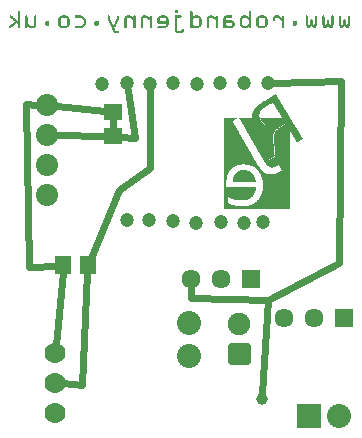
<source format=gbl>
G04 MADE WITH FRITZING*
G04 WWW.FRITZING.ORG*
G04 DOUBLE SIDED*
G04 HOLES PLATED*
G04 CONTOUR ON CENTER OF CONTOUR VECTOR*
%ASAXBY*%
%FSLAX23Y23*%
%MOIN*%
%OFA0B0*%
%SFA1.0B1.0*%
%ADD10C,0.063622*%
%ADD11C,0.080000*%
%ADD12C,0.047244*%
%ADD13C,0.039370*%
%ADD14C,0.069444*%
%ADD15C,0.075000*%
%ADD16C,0.073889*%
%ADD17R,0.063622X0.063622*%
%ADD18R,0.055118X0.059055*%
%ADD19R,0.059055X0.055118*%
%ADD20R,0.080000X0.080000*%
%ADD21C,0.024000*%
%ADD22C,0.020000*%
%ADD23R,0.001000X0.001000*%
%LNCOPPER0*%
G90*
G70*
G54D10*
X838Y555D03*
X738Y555D03*
X638Y555D03*
X1149Y424D03*
X1049Y424D03*
X949Y424D03*
G54D11*
X632Y300D03*
X632Y410D03*
G54D12*
X426Y1208D03*
G54D13*
X874Y155D03*
G54D12*
X424Y751D03*
X500Y752D03*
X579Y748D03*
X656Y743D03*
X880Y746D03*
X738Y746D03*
X816Y743D03*
X341Y1204D03*
X578Y1207D03*
X660Y1206D03*
X735Y1209D03*
X816Y1209D03*
X894Y1210D03*
G54D14*
X186Y109D03*
X186Y209D03*
X186Y309D03*
X186Y109D03*
X186Y209D03*
X186Y309D03*
G54D12*
X501Y1206D03*
G54D15*
X799Y304D03*
X799Y404D03*
G54D16*
X158Y835D03*
X158Y935D03*
X158Y1035D03*
X158Y1135D03*
X158Y835D03*
X158Y935D03*
X158Y1035D03*
X158Y1135D03*
G54D11*
X1031Y100D03*
X1131Y100D03*
G54D17*
X838Y555D03*
X1149Y424D03*
G54D18*
X294Y601D03*
X213Y601D03*
G54D19*
X377Y1033D03*
X377Y1113D03*
G54D20*
X1031Y100D03*
G54D21*
X640Y491D02*
X639Y532D01*
D02*
X895Y486D02*
X640Y491D01*
D02*
X377Y1055D02*
X377Y1091D01*
D02*
X1137Y1216D02*
X1132Y609D01*
D02*
X1132Y609D02*
X895Y486D01*
D02*
X916Y1210D02*
X1137Y1216D01*
D02*
X353Y1116D02*
X192Y1132D01*
D02*
X895Y486D02*
X876Y174D01*
D02*
X452Y1025D02*
X429Y1185D01*
D02*
X401Y1030D02*
X452Y1025D01*
D02*
X275Y202D02*
X293Y577D01*
D02*
X212Y207D02*
X275Y202D01*
D02*
X398Y852D02*
X502Y925D01*
D02*
X502Y925D02*
X501Y1183D01*
D02*
X304Y625D02*
X398Y852D01*
D02*
X188Y335D02*
X211Y577D01*
D02*
X192Y1035D02*
X353Y1033D01*
D02*
X98Y594D02*
X90Y1138D01*
D02*
X90Y1138D02*
X123Y1136D01*
D02*
X191Y600D02*
X98Y594D01*
G54D22*
X772Y332D02*
X827Y332D01*
X827Y277D01*
X772Y277D01*
X772Y332D01*
D02*
G36*
X922Y1171D02*
X922Y1170D01*
X922Y1170D01*
X922Y1169D01*
X923Y1169D01*
X923Y1168D01*
X923Y1168D01*
X923Y1167D01*
X924Y1167D01*
X924Y1167D01*
X924Y1167D01*
X924Y1166D01*
X925Y1166D01*
X925Y1165D01*
X925Y1165D01*
X925Y1164D01*
X926Y1164D01*
X926Y1163D01*
X927Y1163D01*
X927Y1162D01*
X927Y1162D01*
X927Y1161D01*
X928Y1161D01*
X928Y1160D01*
X928Y1160D01*
X928Y1159D01*
X929Y1159D01*
X929Y1159D01*
X929Y1159D01*
X929Y1157D01*
X930Y1157D01*
X930Y1156D01*
X930Y1156D01*
X930Y1156D01*
X931Y1156D01*
X931Y1155D01*
X932Y1155D01*
X932Y1154D01*
X932Y1154D01*
X932Y1153D01*
X933Y1153D01*
X933Y1152D01*
X933Y1152D01*
X933Y1151D01*
X934Y1151D01*
X934Y1150D01*
X934Y1150D01*
X934Y1149D01*
X935Y1149D01*
X935Y1148D01*
X935Y1148D01*
X935Y1147D01*
X936Y1147D01*
X936Y1146D01*
X937Y1146D01*
X937Y1146D01*
X937Y1146D01*
X937Y1145D01*
X938Y1145D01*
X938Y1144D01*
X938Y1144D01*
X938Y1143D01*
X911Y1143D01*
X911Y1142D01*
X909Y1142D01*
X909Y1142D01*
X908Y1142D01*
X908Y1141D01*
X908Y1141D01*
X908Y1141D01*
X907Y1141D01*
X907Y1140D01*
X906Y1140D01*
X906Y1140D01*
X905Y1140D01*
X905Y1139D01*
X904Y1139D01*
X904Y1139D01*
X903Y1139D01*
X903Y1138D01*
X902Y1138D01*
X902Y1138D01*
X901Y1138D01*
X901Y1137D01*
X900Y1137D01*
X900Y1136D01*
X899Y1136D01*
X899Y1136D01*
X898Y1136D01*
X898Y1135D01*
X897Y1135D01*
X897Y1135D01*
X897Y1135D01*
X897Y1134D01*
X896Y1134D01*
X896Y1134D01*
X895Y1134D01*
X895Y1133D01*
X894Y1133D01*
X894Y1133D01*
X893Y1133D01*
X893Y1132D01*
X892Y1132D01*
X892Y1131D01*
X891Y1131D01*
X891Y1131D01*
X890Y1131D01*
X890Y1130D01*
X890Y1130D01*
X890Y1130D01*
X888Y1130D01*
X888Y1129D01*
X887Y1129D01*
X887Y1129D01*
X887Y1129D01*
X887Y1128D01*
X886Y1128D01*
X886Y1128D01*
X885Y1128D01*
X885Y1127D01*
X884Y1127D01*
X884Y1126D01*
X883Y1126D01*
X883Y1126D01*
X882Y1126D01*
X882Y1125D01*
X881Y1125D01*
X881Y1125D01*
X881Y1125D01*
X881Y1124D01*
X880Y1124D01*
X880Y1124D01*
X879Y1124D01*
X879Y1123D01*
X878Y1123D01*
X878Y1123D01*
X878Y1123D01*
X878Y1122D01*
X877Y1122D01*
X877Y1121D01*
X877Y1121D01*
X877Y1121D01*
X876Y1121D01*
X876Y1120D01*
X875Y1120D01*
X875Y1120D01*
X875Y1120D01*
X875Y1119D01*
X874Y1119D01*
X874Y1119D01*
X873Y1119D01*
X873Y1118D01*
X873Y1118D01*
X873Y1117D01*
X872Y1117D01*
X872Y1116D01*
X872Y1116D01*
X872Y1116D01*
X871Y1116D01*
X871Y1115D01*
X871Y1115D01*
X871Y1114D01*
X870Y1114D01*
X870Y1113D01*
X870Y1113D01*
X870Y1113D01*
X869Y1113D01*
X869Y1112D01*
X869Y1112D01*
X869Y1110D01*
X868Y1110D01*
X868Y1109D01*
X867Y1109D01*
X867Y1107D01*
X867Y1107D01*
X867Y1105D01*
X866Y1105D01*
X866Y1095D01*
X867Y1095D01*
X867Y1093D01*
X867Y1093D01*
X867Y1091D01*
X868Y1091D01*
X868Y1089D01*
X869Y1089D01*
X869Y1088D01*
X869Y1088D01*
X869Y1087D01*
X870Y1087D01*
X870Y1086D01*
X870Y1086D01*
X870Y1085D01*
X871Y1085D01*
X871Y1084D01*
X871Y1084D01*
X871Y1083D01*
X872Y1083D01*
X872Y1082D01*
X872Y1082D01*
X872Y1081D01*
X873Y1081D01*
X873Y1080D01*
X873Y1080D01*
X873Y1079D01*
X874Y1079D01*
X874Y1079D01*
X875Y1079D01*
X875Y1078D01*
X875Y1078D01*
X875Y1077D01*
X876Y1077D01*
X876Y1077D01*
X876Y1077D01*
X876Y1076D01*
X877Y1076D01*
X877Y1076D01*
X877Y1076D01*
X877Y1075D01*
X878Y1075D01*
X878Y1074D01*
X878Y1074D01*
X878Y1074D01*
X879Y1074D01*
X879Y1073D01*
X880Y1073D01*
X880Y1073D01*
X880Y1073D01*
X880Y1072D01*
X881Y1072D01*
X881Y1072D01*
X881Y1072D01*
X881Y1071D01*
X882Y1071D01*
X882Y1071D01*
X883Y1071D01*
X883Y1070D01*
X884Y1070D01*
X884Y1069D01*
X885Y1069D01*
X885Y1069D01*
X886Y1069D01*
X886Y1068D01*
X888Y1068D01*
X888Y1068D01*
X890Y1068D01*
X890Y1067D01*
X892Y1067D01*
X892Y1067D01*
X813Y1067D01*
X813Y1068D01*
X813Y1068D01*
X813Y1068D01*
X812Y1068D01*
X812Y1069D01*
X812Y1069D01*
X812Y1071D01*
X811Y1071D01*
X811Y1072D01*
X810Y1072D01*
X810Y1072D01*
X810Y1072D01*
X810Y1073D01*
X809Y1073D01*
X809Y1074D01*
X809Y1074D01*
X809Y1076D01*
X808Y1076D01*
X808Y1076D01*
X808Y1076D01*
X808Y1077D01*
X807Y1077D01*
X807Y1078D01*
X807Y1078D01*
X807Y1079D01*
X806Y1079D01*
X806Y1080D01*
X805Y1080D01*
X805Y1081D01*
X805Y1081D01*
X805Y1082D01*
X804Y1082D01*
X804Y1083D01*
X804Y1083D01*
X804Y1084D01*
X803Y1084D01*
X803Y1085D01*
X803Y1085D01*
X803Y1086D01*
X802Y1086D01*
X802Y1087D01*
X802Y1087D01*
X802Y1088D01*
X801Y1088D01*
X801Y1089D01*
X800Y1089D01*
X800Y1090D01*
X800Y1090D01*
X800Y1090D01*
X799Y1090D01*
X799Y1092D01*
X799Y1092D01*
X799Y1093D01*
X842Y1093D01*
X842Y1103D01*
X843Y1103D01*
X843Y1106D01*
X843Y1106D01*
X843Y1108D01*
X844Y1108D01*
X844Y1110D01*
X844Y1110D01*
X844Y1112D01*
X845Y1112D01*
X845Y1113D01*
X845Y1113D01*
X845Y1114D01*
X846Y1114D01*
X846Y1115D01*
X846Y1115D01*
X846Y1116D01*
X847Y1116D01*
X847Y1117D01*
X847Y1117D01*
X847Y1118D01*
X848Y1118D01*
X848Y1119D01*
X849Y1119D01*
X849Y1120D01*
X849Y1120D01*
X849Y1121D01*
X850Y1121D01*
X850Y1121D01*
X850Y1121D01*
X850Y1123D01*
X851Y1123D01*
X851Y1123D01*
X851Y1123D01*
X851Y1124D01*
X852Y1124D01*
X852Y1124D01*
X852Y1124D01*
X852Y1125D01*
X853Y1125D01*
X853Y1126D01*
X854Y1126D01*
X854Y1126D01*
X854Y1126D01*
X854Y1127D01*
X855Y1127D01*
X855Y1128D01*
X855Y1128D01*
X855Y1128D01*
X856Y1128D01*
X856Y1129D01*
X856Y1129D01*
X856Y1129D01*
X857Y1129D01*
X857Y1130D01*
X857Y1130D01*
X857Y1130D01*
X858Y1130D01*
X858Y1131D01*
X859Y1131D01*
X859Y1131D01*
X859Y1131D01*
X859Y1132D01*
X860Y1132D01*
X860Y1133D01*
X860Y1133D01*
X860Y1133D01*
X861Y1133D01*
X861Y1134D01*
X862Y1134D01*
X862Y1134D01*
X862Y1134D01*
X862Y1135D01*
X863Y1135D01*
X863Y1135D01*
X864Y1135D01*
X864Y1136D01*
X865Y1136D01*
X865Y1136D01*
X865Y1136D01*
X865Y1137D01*
X866Y1137D01*
X866Y1138D01*
X867Y1138D01*
X867Y1138D01*
X867Y1138D01*
X867Y1139D01*
X868Y1139D01*
X868Y1139D01*
X869Y1139D01*
X869Y1140D01*
X870Y1140D01*
X870Y1140D01*
X871Y1140D01*
X871Y1141D01*
X871Y1141D01*
X871Y1141D01*
X872Y1141D01*
X872Y1142D01*
X873Y1142D01*
X873Y1142D01*
X874Y1142D01*
X874Y1143D01*
X875Y1143D01*
X875Y1144D01*
X876Y1144D01*
X876Y1144D01*
X877Y1144D01*
X877Y1145D01*
X878Y1145D01*
X878Y1145D01*
X878Y1145D01*
X878Y1146D01*
X880Y1146D01*
X880Y1146D01*
X880Y1146D01*
X880Y1147D01*
X881Y1147D01*
X881Y1147D01*
X882Y1147D01*
X882Y1148D01*
X883Y1148D01*
X883Y1149D01*
X884Y1149D01*
X884Y1149D01*
X885Y1149D01*
X885Y1150D01*
X886Y1150D01*
X886Y1150D01*
X887Y1150D01*
X887Y1151D01*
X888Y1151D01*
X888Y1151D01*
X888Y1151D01*
X888Y1152D01*
X890Y1152D01*
X890Y1152D01*
X891Y1152D01*
X891Y1153D01*
X891Y1153D01*
X891Y1154D01*
X892Y1154D01*
X892Y1154D01*
X893Y1154D01*
X893Y1155D01*
X894Y1155D01*
X894Y1155D01*
X895Y1155D01*
X895Y1156D01*
X896Y1156D01*
X896Y1156D01*
X897Y1156D01*
X897Y1157D01*
X898Y1157D01*
X898Y1157D01*
X898Y1157D01*
X898Y1158D01*
X899Y1158D01*
X899Y1159D01*
X901Y1159D01*
X901Y1159D01*
X901Y1159D01*
X901Y1160D01*
X902Y1160D01*
X902Y1160D01*
X903Y1160D01*
X903Y1161D01*
X904Y1161D01*
X904Y1161D01*
X905Y1161D01*
X905Y1162D01*
X906Y1162D01*
X906Y1162D01*
X907Y1162D01*
X907Y1163D01*
X908Y1163D01*
X908Y1164D01*
X909Y1164D01*
X909Y1164D01*
X909Y1164D01*
X909Y1165D01*
X911Y1165D01*
X911Y1165D01*
X912Y1165D01*
X912Y1166D01*
X912Y1166D01*
X912Y1166D01*
X913Y1166D01*
X913Y1167D01*
X914Y1167D01*
X914Y1167D01*
X915Y1167D01*
X915Y1168D01*
X916Y1168D01*
X916Y1168D01*
X917Y1168D01*
X917Y1169D01*
X918Y1169D01*
X918Y1170D01*
X919Y1170D01*
X919Y1170D01*
X919Y1170D01*
X919Y1171D01*
X920Y1171D01*
X920Y1171D01*
X922Y1171D01*
G37*
D02*
G36*
X939Y1143D02*
X939Y1142D01*
X939Y1142D01*
X939Y1141D01*
X940Y1141D01*
X940Y1140D01*
X940Y1140D01*
X940Y1139D01*
X941Y1139D01*
X941Y1138D01*
X942Y1138D01*
X942Y1138D01*
X942Y1138D01*
X942Y1136D01*
X943Y1136D01*
X943Y1135D01*
X943Y1135D01*
X943Y1135D01*
X944Y1135D01*
X944Y1134D01*
X944Y1134D01*
X944Y1133D01*
X945Y1133D01*
X945Y1132D01*
X945Y1132D01*
X945Y1131D01*
X946Y1131D01*
X946Y1130D01*
X946Y1130D01*
X946Y1129D01*
X947Y1129D01*
X947Y1128D01*
X948Y1128D01*
X948Y1128D01*
X948Y1128D01*
X948Y1126D01*
X949Y1126D01*
X949Y1125D01*
X949Y1125D01*
X949Y1125D01*
X950Y1125D01*
X950Y1124D01*
X950Y1124D01*
X950Y1123D01*
X951Y1123D01*
X951Y1122D01*
X951Y1122D01*
X951Y1121D01*
X952Y1121D01*
X952Y1120D01*
X953Y1120D01*
X953Y1119D01*
X953Y1119D01*
X953Y1118D01*
X954Y1118D01*
X954Y1117D01*
X954Y1117D01*
X954Y1116D01*
X955Y1116D01*
X955Y1115D01*
X955Y1115D01*
X955Y1114D01*
X956Y1114D01*
X956Y1114D01*
X956Y1114D01*
X956Y1113D01*
X957Y1113D01*
X957Y1112D01*
X958Y1112D01*
X958Y1111D01*
X958Y1111D01*
X958Y1110D01*
X959Y1110D01*
X959Y1109D01*
X959Y1109D01*
X959Y1108D01*
X960Y1108D01*
X960Y1107D01*
X960Y1107D01*
X960Y1107D01*
X961Y1107D01*
X961Y1105D01*
X961Y1105D01*
X961Y1104D01*
X962Y1104D01*
X962Y1104D01*
X963Y1104D01*
X963Y1103D01*
X963Y1103D01*
X963Y1102D01*
X964Y1102D01*
X964Y1101D01*
X964Y1101D01*
X964Y1100D01*
X965Y1100D01*
X965Y1099D01*
X965Y1099D01*
X965Y1098D01*
X966Y1098D01*
X966Y1097D01*
X966Y1097D01*
X966Y1096D01*
X967Y1096D01*
X967Y1095D01*
X967Y1095D01*
X967Y1094D01*
X968Y1094D01*
X968Y1093D01*
X969Y1093D01*
X969Y1093D01*
X969Y1093D01*
X969Y1092D01*
X970Y1092D01*
X970Y1090D01*
X970Y1090D01*
X970Y1090D01*
X971Y1090D01*
X971Y1089D01*
X971Y1089D01*
X971Y1088D01*
X972Y1088D01*
X972Y1087D01*
X972Y1087D01*
X972Y1086D01*
X973Y1086D01*
X973Y1086D01*
X974Y1086D01*
X974Y1084D01*
X974Y1084D01*
X974Y1083D01*
X975Y1083D01*
X975Y1083D01*
X975Y1083D01*
X975Y1082D01*
X976Y1082D01*
X976Y1081D01*
X976Y1081D01*
X976Y1080D01*
X977Y1080D01*
X977Y1079D01*
X977Y1079D01*
X977Y1078D01*
X978Y1078D01*
X978Y1077D01*
X979Y1077D01*
X979Y1076D01*
X979Y1076D01*
X979Y1075D01*
X980Y1075D01*
X980Y1074D01*
X980Y1074D01*
X980Y1073D01*
X981Y1073D01*
X981Y1073D01*
X953Y1073D01*
X953Y1072D01*
X951Y1072D01*
X951Y1072D01*
X950Y1072D01*
X950Y1071D01*
X950Y1071D01*
X950Y1071D01*
X949Y1071D01*
X949Y1070D01*
X948Y1070D01*
X948Y1069D01*
X947Y1069D01*
X947Y1069D01*
X946Y1069D01*
X946Y1068D01*
X945Y1068D01*
X945Y1068D01*
X944Y1068D01*
X944Y1067D01*
X943Y1067D01*
X943Y1067D01*
X895Y1067D01*
X895Y1067D01*
X892Y1067D01*
X892Y1068D01*
X890Y1068D01*
X890Y1068D01*
X889Y1068D01*
X889Y1069D01*
X888Y1069D01*
X888Y1069D01*
X887Y1069D01*
X887Y1070D01*
X886Y1070D01*
X886Y1071D01*
X885Y1071D01*
X885Y1071D01*
X884Y1071D01*
X884Y1072D01*
X883Y1072D01*
X883Y1072D01*
X882Y1072D01*
X882Y1073D01*
X882Y1073D01*
X882Y1073D01*
X881Y1073D01*
X881Y1074D01*
X881Y1074D01*
X881Y1074D01*
X880Y1074D01*
X880Y1075D01*
X880Y1075D01*
X880Y1076D01*
X879Y1076D01*
X879Y1076D01*
X878Y1076D01*
X878Y1077D01*
X878Y1077D01*
X878Y1077D01*
X877Y1077D01*
X877Y1078D01*
X877Y1078D01*
X877Y1079D01*
X876Y1079D01*
X876Y1079D01*
X876Y1079D01*
X876Y1081D01*
X875Y1081D01*
X875Y1081D01*
X875Y1081D01*
X875Y1082D01*
X874Y1082D01*
X874Y1083D01*
X873Y1083D01*
X873Y1084D01*
X873Y1084D01*
X873Y1085D01*
X872Y1085D01*
X872Y1086D01*
X872Y1086D01*
X872Y1087D01*
X871Y1087D01*
X871Y1088D01*
X871Y1088D01*
X871Y1090D01*
X870Y1090D01*
X870Y1092D01*
X870Y1092D01*
X870Y1093D01*
X942Y1093D01*
X942Y1094D01*
X941Y1094D01*
X941Y1094D01*
X940Y1094D01*
X940Y1095D01*
X940Y1095D01*
X940Y1097D01*
X939Y1097D01*
X939Y1097D01*
X939Y1097D01*
X939Y1098D01*
X938Y1098D01*
X938Y1099D01*
X938Y1099D01*
X938Y1100D01*
X937Y1100D01*
X937Y1101D01*
X937Y1101D01*
X937Y1102D01*
X936Y1102D01*
X936Y1103D01*
X935Y1103D01*
X935Y1104D01*
X935Y1104D01*
X935Y1105D01*
X934Y1105D01*
X934Y1105D01*
X934Y1105D01*
X934Y1107D01*
X933Y1107D01*
X933Y1108D01*
X933Y1108D01*
X933Y1108D01*
X932Y1108D01*
X932Y1109D01*
X932Y1109D01*
X932Y1110D01*
X931Y1110D01*
X931Y1111D01*
X930Y1111D01*
X930Y1112D01*
X930Y1112D01*
X930Y1113D01*
X929Y1113D01*
X929Y1114D01*
X929Y1114D01*
X929Y1115D01*
X928Y1115D01*
X928Y1115D01*
X928Y1115D01*
X928Y1116D01*
X927Y1116D01*
X927Y1118D01*
X927Y1118D01*
X927Y1118D01*
X926Y1118D01*
X926Y1119D01*
X925Y1119D01*
X925Y1120D01*
X925Y1120D01*
X925Y1121D01*
X924Y1121D01*
X924Y1122D01*
X924Y1122D01*
X924Y1123D01*
X923Y1123D01*
X923Y1124D01*
X923Y1124D01*
X923Y1125D01*
X922Y1125D01*
X922Y1126D01*
X922Y1126D01*
X922Y1126D01*
X921Y1126D01*
X921Y1128D01*
X920Y1128D01*
X920Y1129D01*
X920Y1129D01*
X920Y1129D01*
X919Y1129D01*
X919Y1130D01*
X919Y1130D01*
X919Y1131D01*
X918Y1131D01*
X918Y1132D01*
X918Y1132D01*
X918Y1133D01*
X917Y1133D01*
X917Y1134D01*
X917Y1134D01*
X917Y1135D01*
X916Y1135D01*
X916Y1136D01*
X916Y1136D01*
X916Y1136D01*
X915Y1136D01*
X915Y1138D01*
X914Y1138D01*
X914Y1139D01*
X914Y1139D01*
X914Y1139D01*
X913Y1139D01*
X913Y1140D01*
X913Y1140D01*
X913Y1141D01*
X912Y1141D01*
X912Y1142D01*
X912Y1142D01*
X912Y1143D01*
X939Y1143D01*
G37*
D02*
G36*
X796Y1093D02*
X796Y1092D01*
X795Y1092D01*
X795Y1092D01*
X794Y1092D01*
X794Y1091D01*
X793Y1091D01*
X793Y1090D01*
X792Y1090D01*
X792Y1090D01*
X792Y1090D01*
X792Y1089D01*
X791Y1089D01*
X791Y1089D01*
X789Y1089D01*
X789Y1088D01*
X788Y1088D01*
X788Y1088D01*
X788Y1088D01*
X788Y1087D01*
X787Y1087D01*
X787Y1087D01*
X786Y1087D01*
X786Y1086D01*
X784Y1086D01*
X784Y1086D01*
X784Y1086D01*
X784Y1085D01*
X783Y1085D01*
X783Y1084D01*
X782Y1084D01*
X782Y1084D01*
X781Y1084D01*
X781Y1083D01*
X780Y1083D01*
X780Y1083D01*
X779Y1083D01*
X779Y1082D01*
X778Y1082D01*
X778Y1082D01*
X777Y1082D01*
X777Y1080D01*
X778Y1080D01*
X778Y1079D01*
X778Y1079D01*
X778Y1078D01*
X779Y1078D01*
X779Y1077D01*
X779Y1077D01*
X779Y1076D01*
X780Y1076D01*
X780Y1075D01*
X781Y1075D01*
X781Y1074D01*
X781Y1074D01*
X781Y1073D01*
X782Y1073D01*
X782Y1072D01*
X782Y1072D01*
X782Y1071D01*
X783Y1071D01*
X783Y1071D01*
X783Y1071D01*
X783Y1069D01*
X784Y1069D01*
X784Y1068D01*
X784Y1068D01*
X784Y1068D01*
X785Y1068D01*
X785Y1067D01*
X786Y1067D01*
X786Y1066D01*
X786Y1066D01*
X786Y1065D01*
X787Y1065D01*
X787Y1064D01*
X787Y1064D01*
X787Y1063D01*
X788Y1063D01*
X788Y1062D01*
X788Y1062D01*
X788Y1061D01*
X789Y1061D01*
X789Y1060D01*
X789Y1060D01*
X789Y1059D01*
X790Y1059D01*
X790Y1058D01*
X791Y1058D01*
X791Y1057D01*
X791Y1057D01*
X791Y1056D01*
X792Y1056D01*
X792Y1055D01*
X792Y1055D01*
X792Y1054D01*
X793Y1054D01*
X793Y1053D01*
X793Y1053D01*
X793Y1052D01*
X794Y1052D01*
X794Y1051D01*
X794Y1051D01*
X794Y1050D01*
X795Y1050D01*
X795Y1050D01*
X795Y1050D01*
X795Y1048D01*
X796Y1048D01*
X796Y1047D01*
X797Y1047D01*
X797Y1046D01*
X797Y1046D01*
X797Y1046D01*
X798Y1046D01*
X798Y1045D01*
X798Y1045D01*
X798Y1043D01*
X799Y1043D01*
X799Y1042D01*
X799Y1042D01*
X799Y1042D01*
X800Y1042D01*
X800Y1041D01*
X800Y1041D01*
X800Y1040D01*
X801Y1040D01*
X801Y1039D01*
X802Y1039D01*
X802Y1038D01*
X802Y1038D01*
X802Y1037D01*
X803Y1037D01*
X803Y1036D01*
X803Y1036D01*
X803Y1035D01*
X804Y1035D01*
X804Y1034D01*
X804Y1034D01*
X804Y1033D01*
X805Y1033D01*
X805Y1032D01*
X805Y1032D01*
X805Y1031D01*
X806Y1031D01*
X806Y1030D01*
X807Y1030D01*
X807Y1029D01*
X807Y1029D01*
X807Y1028D01*
X808Y1028D01*
X808Y1027D01*
X808Y1027D01*
X808Y1026D01*
X809Y1026D01*
X809Y1025D01*
X809Y1025D01*
X809Y1025D01*
X810Y1025D01*
X810Y1024D01*
X810Y1024D01*
X810Y1022D01*
X811Y1022D01*
X811Y1021D01*
X812Y1021D01*
X812Y1021D01*
X812Y1021D01*
X812Y1020D01*
X813Y1020D01*
X813Y1019D01*
X813Y1019D01*
X813Y1017D01*
X814Y1017D01*
X814Y1017D01*
X814Y1017D01*
X814Y1016D01*
X815Y1016D01*
X815Y1015D01*
X815Y1015D01*
X815Y1014D01*
X816Y1014D01*
X816Y1013D01*
X817Y1013D01*
X817Y1012D01*
X817Y1012D01*
X817Y1011D01*
X818Y1011D01*
X818Y1010D01*
X818Y1010D01*
X818Y1009D01*
X819Y1009D01*
X819Y1008D01*
X819Y1008D01*
X819Y1007D01*
X820Y1007D01*
X820Y1006D01*
X820Y1006D01*
X820Y1005D01*
X821Y1005D01*
X821Y1004D01*
X821Y1004D01*
X821Y1003D01*
X822Y1003D01*
X822Y1003D01*
X823Y1003D01*
X823Y1001D01*
X823Y1001D01*
X823Y1000D01*
X824Y1000D01*
X824Y1000D01*
X824Y1000D01*
X824Y999D01*
X825Y999D01*
X825Y998D01*
X825Y998D01*
X825Y996D01*
X826Y996D01*
X826Y996D01*
X826Y996D01*
X826Y995D01*
X827Y995D01*
X827Y994D01*
X828Y994D01*
X828Y993D01*
X828Y993D01*
X828Y992D01*
X829Y992D01*
X829Y991D01*
X829Y991D01*
X829Y990D01*
X830Y990D01*
X830Y989D01*
X830Y989D01*
X830Y988D01*
X831Y988D01*
X831Y987D01*
X831Y987D01*
X831Y986D01*
X832Y986D01*
X832Y985D01*
X833Y985D01*
X833Y984D01*
X833Y984D01*
X833Y983D01*
X834Y983D01*
X834Y982D01*
X834Y982D01*
X834Y982D01*
X835Y982D01*
X835Y980D01*
X835Y980D01*
X835Y979D01*
X836Y979D01*
X836Y978D01*
X836Y978D01*
X836Y978D01*
X837Y978D01*
X837Y977D01*
X838Y977D01*
X838Y975D01*
X838Y975D01*
X838Y974D01*
X839Y974D01*
X839Y974D01*
X839Y974D01*
X839Y973D01*
X840Y973D01*
X840Y972D01*
X840Y972D01*
X840Y971D01*
X841Y971D01*
X841Y970D01*
X841Y970D01*
X841Y969D01*
X842Y969D01*
X842Y968D01*
X843Y968D01*
X843Y967D01*
X843Y967D01*
X843Y966D01*
X844Y966D01*
X844Y965D01*
X844Y965D01*
X844Y964D01*
X845Y964D01*
X845Y963D01*
X845Y963D01*
X845Y962D01*
X846Y962D01*
X846Y961D01*
X846Y961D01*
X846Y960D01*
X847Y960D01*
X847Y959D01*
X847Y959D01*
X847Y958D01*
X848Y958D01*
X848Y957D01*
X849Y957D01*
X849Y957D01*
X849Y957D01*
X849Y956D01*
X850Y956D01*
X850Y954D01*
X850Y954D01*
X850Y953D01*
X851Y953D01*
X851Y953D01*
X851Y953D01*
X851Y952D01*
X852Y952D01*
X852Y951D01*
X852Y951D01*
X852Y949D01*
X853Y949D01*
X853Y949D01*
X854Y949D01*
X854Y948D01*
X854Y948D01*
X854Y947D01*
X855Y947D01*
X855Y946D01*
X855Y946D01*
X855Y945D01*
X856Y945D01*
X856Y944D01*
X856Y944D01*
X856Y943D01*
X857Y943D01*
X857Y942D01*
X857Y942D01*
X857Y941D01*
X858Y941D01*
X858Y940D01*
X859Y940D01*
X859Y939D01*
X859Y939D01*
X859Y938D01*
X860Y938D01*
X860Y937D01*
X860Y937D01*
X860Y937D01*
X807Y937D01*
X807Y936D01*
X802Y936D01*
X802Y936D01*
X799Y936D01*
X799Y935D01*
X797Y935D01*
X797Y935D01*
X794Y935D01*
X794Y934D01*
X793Y934D01*
X793Y933D01*
X791Y933D01*
X791Y933D01*
X790Y933D01*
X790Y932D01*
X788Y932D01*
X788Y932D01*
X787Y932D01*
X787Y931D01*
X786Y931D01*
X786Y931D01*
X785Y931D01*
X785Y930D01*
X784Y930D01*
X784Y930D01*
X783Y930D01*
X783Y929D01*
X782Y929D01*
X782Y928D01*
X781Y928D01*
X781Y928D01*
X781Y928D01*
X781Y927D01*
X779Y927D01*
X779Y927D01*
X779Y927D01*
X779Y926D01*
X778Y926D01*
X778Y926D01*
X777Y926D01*
X777Y925D01*
X777Y925D01*
X777Y925D01*
X776Y925D01*
X776Y924D01*
X776Y924D01*
X776Y923D01*
X774Y923D01*
X774Y923D01*
X774Y923D01*
X774Y922D01*
X773Y922D01*
X773Y922D01*
X773Y922D01*
X773Y921D01*
X772Y921D01*
X772Y921D01*
X772Y921D01*
X772Y920D01*
X771Y920D01*
X771Y919D01*
X771Y919D01*
X771Y918D01*
X770Y918D01*
X770Y918D01*
X770Y918D01*
X770Y917D01*
X769Y917D01*
X769Y917D01*
X768Y917D01*
X768Y916D01*
X768Y916D01*
X768Y915D01*
X767Y915D01*
X767Y915D01*
X767Y915D01*
X767Y914D01*
X766Y914D01*
X766Y913D01*
X766Y913D01*
X766Y912D01*
X765Y912D01*
X765Y911D01*
X765Y911D01*
X765Y910D01*
X764Y910D01*
X764Y909D01*
X763Y909D01*
X763Y908D01*
X763Y908D01*
X763Y907D01*
X762Y907D01*
X762Y906D01*
X762Y906D01*
X762Y905D01*
X761Y905D01*
X761Y903D01*
X761Y903D01*
X761Y902D01*
X760Y902D01*
X760Y900D01*
X760Y900D01*
X760Y899D01*
X759Y899D01*
X759Y897D01*
X758Y897D01*
X758Y895D01*
X758Y895D01*
X758Y893D01*
X757Y893D01*
X757Y890D01*
X757Y890D01*
X757Y886D01*
X756Y886D01*
X756Y881D01*
X756Y881D01*
X756Y862D01*
X855Y862D01*
X855Y860D01*
X855Y860D01*
X855Y855D01*
X854Y855D01*
X854Y853D01*
X854Y853D01*
X854Y850D01*
X853Y850D01*
X853Y848D01*
X852Y848D01*
X852Y846D01*
X852Y846D01*
X852Y844D01*
X851Y844D01*
X851Y843D01*
X851Y843D01*
X851Y842D01*
X850Y842D01*
X850Y841D01*
X850Y841D01*
X850Y839D01*
X849Y839D01*
X849Y838D01*
X849Y838D01*
X849Y837D01*
X848Y837D01*
X848Y836D01*
X847Y836D01*
X847Y835D01*
X847Y835D01*
X847Y834D01*
X846Y834D01*
X846Y833D01*
X846Y833D01*
X846Y833D01*
X845Y833D01*
X845Y832D01*
X845Y832D01*
X845Y831D01*
X844Y831D01*
X844Y831D01*
X844Y831D01*
X844Y830D01*
X843Y830D01*
X843Y829D01*
X843Y829D01*
X843Y829D01*
X761Y829D01*
X761Y808D01*
X762Y808D01*
X762Y807D01*
X763Y807D01*
X763Y807D01*
X765Y807D01*
X765Y806D01*
X766Y806D01*
X766Y806D01*
X767Y806D01*
X767Y805D01*
X769Y805D01*
X769Y805D01*
X771Y805D01*
X771Y804D01*
X772Y804D01*
X772Y803D01*
X774Y803D01*
X774Y803D01*
X776Y803D01*
X776Y802D01*
X778Y802D01*
X778Y802D01*
X780Y802D01*
X780Y801D01*
X782Y801D01*
X782Y801D01*
X784Y801D01*
X784Y800D01*
X788Y800D01*
X788Y800D01*
X791Y800D01*
X791Y799D01*
X795Y799D01*
X795Y798D01*
X800Y798D01*
X800Y798D01*
X747Y798D01*
X747Y1093D01*
X796Y1093D01*
G37*
D02*
G36*
X981Y1073D02*
X981Y1072D01*
X981Y1072D01*
X981Y1072D01*
X982Y1072D01*
X982Y1071D01*
X982Y1071D01*
X982Y1069D01*
X983Y1069D01*
X983Y1069D01*
X984Y1069D01*
X984Y1068D01*
X984Y1068D01*
X984Y1067D01*
X985Y1067D01*
X985Y1066D01*
X985Y1066D01*
X985Y1065D01*
X986Y1065D01*
X986Y1065D01*
X986Y1065D01*
X986Y1063D01*
X987Y1063D01*
X987Y1062D01*
X987Y1062D01*
X987Y1062D01*
X988Y1062D01*
X988Y1061D01*
X989Y1061D01*
X989Y1060D01*
X989Y1060D01*
X989Y1059D01*
X990Y1059D01*
X990Y1058D01*
X990Y1058D01*
X990Y1057D01*
X991Y1057D01*
X991Y1056D01*
X991Y1056D01*
X991Y1055D01*
X992Y1055D01*
X992Y1054D01*
X992Y1054D01*
X992Y1053D01*
X993Y1053D01*
X993Y1052D01*
X993Y1052D01*
X993Y1051D01*
X994Y1051D01*
X994Y1051D01*
X995Y1051D01*
X995Y1050D01*
X967Y1050D01*
X967Y950D01*
X898Y950D01*
X898Y951D01*
X899Y951D01*
X899Y951D01*
X899Y951D01*
X899Y952D01*
X901Y952D01*
X901Y952D01*
X902Y952D01*
X902Y953D01*
X902Y953D01*
X902Y953D01*
X903Y953D01*
X903Y954D01*
X904Y954D01*
X904Y954D01*
X905Y954D01*
X905Y955D01*
X906Y955D01*
X906Y956D01*
X907Y956D01*
X907Y956D01*
X908Y956D01*
X908Y957D01*
X909Y957D01*
X909Y957D01*
X909Y957D01*
X909Y958D01*
X911Y958D01*
X911Y958D01*
X912Y958D01*
X912Y959D01*
X912Y959D01*
X912Y959D01*
X913Y959D01*
X913Y960D01*
X914Y960D01*
X914Y961D01*
X915Y961D01*
X915Y961D01*
X916Y961D01*
X916Y962D01*
X917Y962D01*
X917Y962D01*
X918Y962D01*
X918Y963D01*
X919Y963D01*
X919Y963D01*
X919Y963D01*
X919Y964D01*
X919Y964D01*
X919Y972D01*
X918Y972D01*
X918Y978D01*
X918Y978D01*
X918Y985D01*
X917Y985D01*
X917Y991D01*
X917Y991D01*
X917Y998D01*
X916Y998D01*
X916Y1005D01*
X916Y1005D01*
X916Y1012D01*
X915Y1012D01*
X915Y1020D01*
X914Y1020D01*
X914Y1029D01*
X915Y1029D01*
X915Y1034D01*
X916Y1034D01*
X916Y1037D01*
X916Y1037D01*
X916Y1039D01*
X917Y1039D01*
X917Y1041D01*
X917Y1041D01*
X917Y1042D01*
X918Y1042D01*
X918Y1043D01*
X918Y1043D01*
X918Y1045D01*
X919Y1045D01*
X919Y1046D01*
X919Y1046D01*
X919Y1046D01*
X920Y1046D01*
X920Y1047D01*
X920Y1047D01*
X920Y1048D01*
X921Y1048D01*
X921Y1048D01*
X922Y1048D01*
X922Y1049D01*
X922Y1049D01*
X922Y1050D01*
X923Y1050D01*
X923Y1051D01*
X923Y1051D01*
X923Y1051D01*
X924Y1051D01*
X924Y1052D01*
X924Y1052D01*
X924Y1052D01*
X925Y1052D01*
X925Y1053D01*
X926Y1053D01*
X926Y1053D01*
X927Y1053D01*
X927Y1054D01*
X927Y1054D01*
X927Y1055D01*
X928Y1055D01*
X928Y1055D01*
X929Y1055D01*
X929Y1056D01*
X929Y1056D01*
X929Y1056D01*
X930Y1056D01*
X930Y1057D01*
X931Y1057D01*
X931Y1057D01*
X932Y1057D01*
X932Y1058D01*
X933Y1058D01*
X933Y1058D01*
X933Y1058D01*
X933Y1059D01*
X934Y1059D01*
X934Y1060D01*
X935Y1060D01*
X935Y1060D01*
X936Y1060D01*
X936Y1061D01*
X937Y1061D01*
X937Y1061D01*
X938Y1061D01*
X938Y1062D01*
X939Y1062D01*
X939Y1062D01*
X940Y1062D01*
X940Y1063D01*
X941Y1063D01*
X941Y1063D01*
X942Y1063D01*
X942Y1064D01*
X943Y1064D01*
X943Y1065D01*
X944Y1065D01*
X944Y1065D01*
X944Y1065D01*
X944Y1066D01*
X945Y1066D01*
X945Y1066D01*
X946Y1066D01*
X946Y1067D01*
X947Y1067D01*
X947Y1067D01*
X948Y1067D01*
X948Y1068D01*
X949Y1068D01*
X949Y1068D01*
X950Y1068D01*
X950Y1069D01*
X951Y1069D01*
X951Y1069D01*
X951Y1069D01*
X951Y1070D01*
X953Y1070D01*
X953Y1071D01*
X954Y1071D01*
X954Y1071D01*
X954Y1071D01*
X954Y1073D01*
X981Y1073D01*
G37*
D02*
G36*
X943Y1067D02*
X943Y1066D01*
X814Y1066D01*
X814Y1067D01*
X943Y1067D01*
G37*
D02*
G36*
X943Y1067D02*
X943Y1066D01*
X814Y1066D01*
X814Y1067D01*
X943Y1067D01*
G37*
D02*
G36*
X942Y1066D02*
X942Y1066D01*
X940Y1066D01*
X940Y1065D01*
X940Y1065D01*
X940Y1065D01*
X939Y1065D01*
X939Y1064D01*
X938Y1064D01*
X938Y1063D01*
X937Y1063D01*
X937Y1063D01*
X936Y1063D01*
X936Y1062D01*
X935Y1062D01*
X935Y1062D01*
X934Y1062D01*
X934Y1061D01*
X933Y1061D01*
X933Y1061D01*
X932Y1061D01*
X932Y1060D01*
X932Y1060D01*
X932Y1060D01*
X930Y1060D01*
X930Y1059D01*
X930Y1059D01*
X930Y1058D01*
X929Y1058D01*
X929Y1058D01*
X928Y1058D01*
X928Y1057D01*
X927Y1057D01*
X927Y1057D01*
X927Y1057D01*
X927Y1056D01*
X925Y1056D01*
X925Y1056D01*
X925Y1056D01*
X925Y1055D01*
X924Y1055D01*
X924Y1055D01*
X924Y1055D01*
X924Y1054D01*
X923Y1054D01*
X923Y1053D01*
X923Y1053D01*
X923Y1053D01*
X922Y1053D01*
X922Y1052D01*
X921Y1052D01*
X921Y1052D01*
X869Y1052D01*
X869Y1051D01*
X822Y1051D01*
X822Y1052D01*
X821Y1052D01*
X821Y1053D01*
X821Y1053D01*
X821Y1054D01*
X820Y1054D01*
X820Y1055D01*
X820Y1055D01*
X820Y1056D01*
X819Y1056D01*
X819Y1057D01*
X819Y1057D01*
X819Y1058D01*
X818Y1058D01*
X818Y1059D01*
X818Y1059D01*
X818Y1060D01*
X817Y1060D01*
X817Y1061D01*
X817Y1061D01*
X817Y1062D01*
X816Y1062D01*
X816Y1063D01*
X815Y1063D01*
X815Y1064D01*
X815Y1064D01*
X815Y1065D01*
X814Y1065D01*
X814Y1066D01*
X814Y1066D01*
X814Y1066D01*
X942Y1066D01*
G37*
D02*
G36*
X920Y1052D02*
X920Y1051D01*
X920Y1051D01*
X920Y1050D01*
X919Y1050D01*
X919Y1050D01*
X919Y1050D01*
X919Y1049D01*
X897Y1049D01*
X897Y1048D01*
X894Y1048D01*
X894Y1048D01*
X890Y1048D01*
X890Y1047D01*
X883Y1047D01*
X883Y1048D01*
X879Y1048D01*
X879Y1048D01*
X877Y1048D01*
X877Y1049D01*
X875Y1049D01*
X875Y1050D01*
X873Y1050D01*
X873Y1050D01*
X872Y1050D01*
X872Y1051D01*
X871Y1051D01*
X871Y1051D01*
X870Y1051D01*
X870Y1052D01*
X920Y1052D01*
G37*
D02*
G36*
X870Y1051D02*
X870Y1051D01*
X823Y1051D01*
X823Y1051D01*
X870Y1051D01*
G37*
D02*
G36*
X870Y1051D02*
X870Y1051D01*
X823Y1051D01*
X823Y1051D01*
X870Y1051D01*
G37*
D02*
G36*
X871Y1051D02*
X871Y1050D01*
X823Y1050D01*
X823Y1051D01*
X871Y1051D01*
G37*
D02*
G36*
X871Y1051D02*
X871Y1050D01*
X823Y1050D01*
X823Y1051D01*
X871Y1051D01*
G37*
D02*
G36*
X995Y1050D02*
X995Y1050D01*
X995Y1050D01*
X995Y1048D01*
X996Y1048D01*
X996Y1048D01*
X996Y1048D01*
X996Y1047D01*
X997Y1047D01*
X997Y1046D01*
X997Y1046D01*
X997Y1045D01*
X998Y1045D01*
X998Y1044D01*
X998Y1044D01*
X998Y1043D01*
X999Y1043D01*
X999Y1042D01*
X1000Y1042D01*
X1000Y1041D01*
X1000Y1041D01*
X1000Y1041D01*
X1001Y1041D01*
X1001Y1040D01*
X1001Y1040D01*
X1001Y1039D01*
X1002Y1039D01*
X1002Y1038D01*
X1002Y1038D01*
X1002Y1037D01*
X1003Y1037D01*
X1003Y1036D01*
X1003Y1036D01*
X1003Y1035D01*
X1004Y1035D01*
X1004Y1034D01*
X1005Y1034D01*
X1005Y1033D01*
X1005Y1033D01*
X1005Y1032D01*
X1006Y1032D01*
X1006Y1031D01*
X1006Y1031D01*
X1006Y1030D01*
X1007Y1030D01*
X1007Y1030D01*
X1007Y1030D01*
X1007Y1029D01*
X1008Y1029D01*
X1008Y1027D01*
X1008Y1027D01*
X1008Y1027D01*
X1009Y1027D01*
X1009Y1026D01*
X1010Y1026D01*
X1010Y1025D01*
X1010Y1025D01*
X1010Y1024D01*
X1011Y1024D01*
X1011Y1023D01*
X1011Y1023D01*
X1011Y1022D01*
X1012Y1022D01*
X1012Y1021D01*
X1011Y1021D01*
X1011Y1021D01*
X1010Y1021D01*
X1010Y1020D01*
X1009Y1020D01*
X1009Y1020D01*
X1008Y1020D01*
X1008Y1019D01*
X1007Y1019D01*
X1007Y1019D01*
X1006Y1019D01*
X1006Y1018D01*
X1005Y1018D01*
X1005Y1017D01*
X1005Y1017D01*
X1005Y1017D01*
X1003Y1017D01*
X1003Y1016D01*
X1002Y1016D01*
X1002Y1016D01*
X1002Y1016D01*
X1002Y1015D01*
X1001Y1015D01*
X1001Y1015D01*
X1000Y1015D01*
X1000Y1014D01*
X999Y1014D01*
X999Y1014D01*
X998Y1014D01*
X998Y1013D01*
X997Y1013D01*
X997Y1013D01*
X996Y1013D01*
X996Y1012D01*
X995Y1012D01*
X995Y1011D01*
X995Y1011D01*
X995Y1011D01*
X993Y1011D01*
X993Y1010D01*
X992Y1010D01*
X992Y1010D01*
X992Y1010D01*
X992Y1011D01*
X991Y1011D01*
X991Y1011D01*
X991Y1011D01*
X991Y1013D01*
X990Y1013D01*
X990Y1014D01*
X990Y1014D01*
X990Y1014D01*
X989Y1014D01*
X989Y1015D01*
X989Y1015D01*
X989Y1016D01*
X988Y1016D01*
X988Y1017D01*
X987Y1017D01*
X987Y1018D01*
X987Y1018D01*
X987Y1019D01*
X986Y1019D01*
X986Y1020D01*
X986Y1020D01*
X986Y1021D01*
X985Y1021D01*
X985Y1021D01*
X985Y1021D01*
X985Y1022D01*
X984Y1022D01*
X984Y1024D01*
X984Y1024D01*
X984Y1024D01*
X983Y1024D01*
X983Y1025D01*
X982Y1025D01*
X982Y1026D01*
X982Y1026D01*
X982Y1027D01*
X981Y1027D01*
X981Y1028D01*
X981Y1028D01*
X981Y1029D01*
X980Y1029D01*
X980Y1030D01*
X980Y1030D01*
X980Y1031D01*
X979Y1031D01*
X979Y1032D01*
X979Y1032D01*
X979Y1032D01*
X978Y1032D01*
X978Y1034D01*
X977Y1034D01*
X977Y1035D01*
X977Y1035D01*
X977Y1035D01*
X976Y1035D01*
X976Y1036D01*
X976Y1036D01*
X976Y1037D01*
X975Y1037D01*
X975Y1038D01*
X975Y1038D01*
X975Y1039D01*
X974Y1039D01*
X974Y1040D01*
X974Y1040D01*
X974Y1041D01*
X973Y1041D01*
X973Y1042D01*
X972Y1042D01*
X972Y1042D01*
X972Y1042D01*
X972Y1043D01*
X971Y1043D01*
X971Y1045D01*
X971Y1045D01*
X971Y1045D01*
X970Y1045D01*
X970Y1046D01*
X970Y1046D01*
X970Y1047D01*
X969Y1047D01*
X969Y1048D01*
X969Y1048D01*
X969Y1049D01*
X968Y1049D01*
X968Y1050D01*
X995Y1050D01*
G37*
D02*
G36*
X872Y1050D02*
X872Y1050D01*
X823Y1050D01*
X823Y1050D01*
X872Y1050D01*
G37*
D02*
G36*
X872Y1050D02*
X872Y1050D01*
X823Y1050D01*
X823Y1050D01*
X872Y1050D01*
G37*
D02*
G36*
X873Y1050D02*
X873Y1049D01*
X824Y1049D01*
X824Y1050D01*
X873Y1050D01*
G37*
D02*
G36*
X918Y1049D02*
X918Y1048D01*
X918Y1048D01*
X918Y1047D01*
X917Y1047D01*
X917Y1047D01*
X917Y1047D01*
X917Y1046D01*
X890Y1046D01*
X890Y1047D01*
X895Y1047D01*
X895Y1047D01*
X898Y1047D01*
X898Y1048D01*
X898Y1048D01*
X898Y1049D01*
X918Y1049D01*
G37*
D02*
G36*
X875Y1049D02*
X875Y1048D01*
X824Y1048D01*
X824Y1049D01*
X875Y1049D01*
G37*
D02*
G36*
X877Y1048D02*
X877Y1048D01*
X878Y1048D01*
X878Y1047D01*
X881Y1047D01*
X881Y1047D01*
X889Y1047D01*
X889Y1046D01*
X825Y1046D01*
X825Y1047D01*
X825Y1047D01*
X825Y1047D01*
X824Y1047D01*
X824Y1048D01*
X877Y1048D01*
G37*
D02*
G36*
X917Y1046D02*
X917Y1046D01*
X825Y1046D01*
X825Y1046D01*
X917Y1046D01*
G37*
D02*
G36*
X917Y1046D02*
X917Y1046D01*
X825Y1046D01*
X825Y1046D01*
X917Y1046D01*
G37*
D02*
G36*
X916Y1046D02*
X916Y1045D01*
X916Y1045D01*
X916Y1043D01*
X915Y1043D01*
X915Y1042D01*
X914Y1042D01*
X914Y1041D01*
X914Y1041D01*
X914Y1039D01*
X913Y1039D01*
X913Y1036D01*
X913Y1036D01*
X913Y1031D01*
X912Y1031D01*
X912Y1017D01*
X913Y1017D01*
X913Y1010D01*
X913Y1010D01*
X913Y1004D01*
X914Y1004D01*
X914Y996D01*
X914Y996D01*
X914Y990D01*
X915Y990D01*
X915Y983D01*
X916Y983D01*
X916Y977D01*
X916Y977D01*
X916Y970D01*
X917Y970D01*
X917Y964D01*
X916Y964D01*
X916Y963D01*
X915Y963D01*
X915Y963D01*
X914Y963D01*
X914Y962D01*
X913Y962D01*
X913Y962D01*
X912Y962D01*
X912Y961D01*
X911Y961D01*
X911Y961D01*
X911Y961D01*
X911Y960D01*
X909Y960D01*
X909Y959D01*
X908Y959D01*
X908Y959D01*
X908Y959D01*
X908Y958D01*
X907Y958D01*
X907Y958D01*
X906Y958D01*
X906Y957D01*
X905Y957D01*
X905Y957D01*
X904Y957D01*
X904Y956D01*
X903Y956D01*
X903Y956D01*
X902Y956D01*
X902Y955D01*
X901Y955D01*
X901Y954D01*
X901Y954D01*
X901Y954D01*
X899Y954D01*
X899Y953D01*
X898Y953D01*
X898Y953D01*
X898Y953D01*
X898Y952D01*
X897Y952D01*
X897Y950D01*
X881Y950D01*
X881Y951D01*
X880Y951D01*
X880Y952D01*
X880Y952D01*
X880Y953D01*
X879Y953D01*
X879Y953D01*
X878Y953D01*
X878Y954D01*
X878Y954D01*
X878Y956D01*
X877Y956D01*
X877Y957D01*
X877Y957D01*
X877Y957D01*
X876Y957D01*
X876Y958D01*
X876Y958D01*
X876Y959D01*
X875Y959D01*
X875Y961D01*
X875Y961D01*
X875Y961D01*
X874Y961D01*
X874Y962D01*
X873Y962D01*
X873Y963D01*
X873Y963D01*
X873Y964D01*
X872Y964D01*
X872Y965D01*
X872Y965D01*
X872Y966D01*
X871Y966D01*
X871Y967D01*
X871Y967D01*
X871Y968D01*
X870Y968D01*
X870Y969D01*
X870Y969D01*
X870Y970D01*
X869Y970D01*
X869Y971D01*
X869Y971D01*
X869Y972D01*
X868Y972D01*
X868Y973D01*
X867Y973D01*
X867Y974D01*
X867Y974D01*
X867Y975D01*
X866Y975D01*
X866Y975D01*
X866Y975D01*
X866Y977D01*
X865Y977D01*
X865Y978D01*
X865Y978D01*
X865Y979D01*
X864Y979D01*
X864Y979D01*
X864Y979D01*
X864Y980D01*
X863Y980D01*
X863Y982D01*
X862Y982D01*
X862Y982D01*
X862Y982D01*
X862Y983D01*
X861Y983D01*
X861Y984D01*
X861Y984D01*
X861Y985D01*
X860Y985D01*
X860Y986D01*
X860Y986D01*
X860Y987D01*
X859Y987D01*
X859Y988D01*
X859Y988D01*
X859Y989D01*
X858Y989D01*
X858Y990D01*
X857Y990D01*
X857Y991D01*
X857Y991D01*
X857Y992D01*
X856Y992D01*
X856Y993D01*
X856Y993D01*
X856Y994D01*
X855Y994D01*
X855Y995D01*
X855Y995D01*
X855Y996D01*
X854Y996D01*
X854Y996D01*
X854Y996D01*
X854Y998D01*
X853Y998D01*
X853Y999D01*
X852Y999D01*
X852Y1000D01*
X852Y1000D01*
X852Y1000D01*
X851Y1000D01*
X851Y1001D01*
X851Y1001D01*
X851Y1003D01*
X850Y1003D01*
X850Y1004D01*
X850Y1004D01*
X850Y1004D01*
X849Y1004D01*
X849Y1005D01*
X849Y1005D01*
X849Y1006D01*
X848Y1006D01*
X848Y1008D01*
X847Y1008D01*
X847Y1008D01*
X847Y1008D01*
X847Y1009D01*
X846Y1009D01*
X846Y1010D01*
X846Y1010D01*
X846Y1011D01*
X845Y1011D01*
X845Y1012D01*
X845Y1012D01*
X845Y1013D01*
X844Y1013D01*
X844Y1014D01*
X844Y1014D01*
X844Y1015D01*
X843Y1015D01*
X843Y1016D01*
X843Y1016D01*
X843Y1017D01*
X842Y1017D01*
X842Y1018D01*
X841Y1018D01*
X841Y1019D01*
X841Y1019D01*
X841Y1020D01*
X840Y1020D01*
X840Y1021D01*
X840Y1021D01*
X840Y1022D01*
X839Y1022D01*
X839Y1022D01*
X839Y1022D01*
X839Y1024D01*
X838Y1024D01*
X838Y1025D01*
X838Y1025D01*
X838Y1025D01*
X837Y1025D01*
X837Y1026D01*
X836Y1026D01*
X836Y1027D01*
X836Y1027D01*
X836Y1029D01*
X835Y1029D01*
X835Y1029D01*
X835Y1029D01*
X835Y1030D01*
X834Y1030D01*
X834Y1031D01*
X834Y1031D01*
X834Y1032D01*
X833Y1032D01*
X833Y1033D01*
X833Y1033D01*
X833Y1034D01*
X832Y1034D01*
X832Y1035D01*
X831Y1035D01*
X831Y1036D01*
X831Y1036D01*
X831Y1037D01*
X830Y1037D01*
X830Y1038D01*
X830Y1038D01*
X830Y1039D01*
X829Y1039D01*
X829Y1040D01*
X829Y1040D01*
X829Y1041D01*
X828Y1041D01*
X828Y1042D01*
X828Y1042D01*
X828Y1043D01*
X827Y1043D01*
X827Y1043D01*
X826Y1043D01*
X826Y1045D01*
X826Y1045D01*
X826Y1046D01*
X916Y1046D01*
G37*
D02*
G36*
X967Y950D02*
X967Y949D01*
X881Y949D01*
X881Y950D01*
X967Y950D01*
G37*
D02*
G36*
X967Y950D02*
X967Y949D01*
X881Y949D01*
X881Y950D01*
X967Y950D01*
G37*
D02*
G36*
X967Y949D02*
X967Y935D01*
X930Y935D01*
X930Y934D01*
X929Y934D01*
X929Y933D01*
X928Y933D01*
X928Y933D01*
X927Y933D01*
X927Y932D01*
X926Y932D01*
X926Y932D01*
X925Y932D01*
X925Y931D01*
X924Y931D01*
X924Y931D01*
X923Y931D01*
X923Y930D01*
X922Y930D01*
X922Y930D01*
X921Y930D01*
X921Y929D01*
X920Y929D01*
X920Y928D01*
X919Y928D01*
X919Y928D01*
X917Y928D01*
X917Y927D01*
X916Y927D01*
X916Y927D01*
X913Y927D01*
X913Y926D01*
X904Y926D01*
X904Y927D01*
X902Y927D01*
X902Y927D01*
X901Y927D01*
X901Y928D01*
X900Y928D01*
X900Y928D01*
X899Y928D01*
X899Y929D01*
X898Y929D01*
X898Y930D01*
X897Y930D01*
X897Y930D01*
X897Y930D01*
X897Y931D01*
X896Y931D01*
X896Y931D01*
X895Y931D01*
X895Y932D01*
X894Y932D01*
X894Y932D01*
X894Y932D01*
X894Y933D01*
X893Y933D01*
X893Y933D01*
X893Y933D01*
X893Y934D01*
X892Y934D01*
X892Y935D01*
X892Y935D01*
X892Y935D01*
X891Y935D01*
X891Y936D01*
X891Y936D01*
X891Y936D01*
X890Y936D01*
X890Y937D01*
X890Y937D01*
X890Y938D01*
X889Y938D01*
X889Y938D01*
X888Y938D01*
X888Y939D01*
X888Y939D01*
X888Y940D01*
X887Y940D01*
X887Y941D01*
X887Y941D01*
X887Y941D01*
X886Y941D01*
X886Y942D01*
X886Y942D01*
X886Y943D01*
X885Y943D01*
X885Y944D01*
X885Y944D01*
X885Y944D01*
X884Y944D01*
X884Y946D01*
X883Y946D01*
X883Y946D01*
X883Y946D01*
X883Y947D01*
X882Y947D01*
X882Y948D01*
X882Y948D01*
X882Y949D01*
X881Y949D01*
X881Y949D01*
X967Y949D01*
G37*
D02*
G36*
X860Y937D02*
X860Y936D01*
X861Y936D01*
X861Y936D01*
X861Y936D01*
X861Y935D01*
X862Y935D01*
X862Y934D01*
X862Y934D01*
X862Y933D01*
X863Y933D01*
X863Y932D01*
X864Y932D01*
X864Y931D01*
X864Y931D01*
X864Y930D01*
X865Y930D01*
X865Y930D01*
X865Y930D01*
X865Y929D01*
X866Y929D01*
X866Y928D01*
X866Y928D01*
X866Y927D01*
X867Y927D01*
X867Y926D01*
X867Y926D01*
X867Y926D01*
X868Y926D01*
X868Y925D01*
X869Y925D01*
X869Y924D01*
X869Y924D01*
X869Y923D01*
X870Y923D01*
X870Y923D01*
X870Y923D01*
X870Y922D01*
X871Y922D01*
X871Y922D01*
X871Y922D01*
X871Y921D01*
X872Y921D01*
X872Y920D01*
X872Y920D01*
X872Y920D01*
X873Y920D01*
X873Y919D01*
X873Y919D01*
X873Y918D01*
X874Y918D01*
X874Y918D01*
X875Y918D01*
X875Y917D01*
X875Y917D01*
X875Y917D01*
X876Y917D01*
X876Y916D01*
X876Y916D01*
X876Y916D01*
X877Y916D01*
X877Y915D01*
X877Y915D01*
X877Y915D01*
X878Y915D01*
X878Y914D01*
X878Y914D01*
X878Y914D01*
X879Y914D01*
X879Y913D01*
X880Y913D01*
X880Y912D01*
X881Y912D01*
X881Y912D01*
X881Y912D01*
X881Y911D01*
X882Y911D01*
X882Y911D01*
X883Y911D01*
X883Y910D01*
X883Y910D01*
X883Y910D01*
X885Y910D01*
X885Y909D01*
X885Y909D01*
X885Y909D01*
X886Y909D01*
X886Y908D01*
X887Y908D01*
X887Y907D01*
X888Y907D01*
X888Y907D01*
X890Y907D01*
X890Y906D01*
X891Y906D01*
X891Y906D01*
X892Y906D01*
X892Y905D01*
X894Y905D01*
X894Y905D01*
X896Y905D01*
X896Y904D01*
X898Y904D01*
X898Y904D01*
X870Y904D01*
X870Y905D01*
X870Y905D01*
X870Y906D01*
X869Y906D01*
X869Y907D01*
X869Y907D01*
X869Y908D01*
X868Y908D01*
X868Y909D01*
X867Y909D01*
X867Y910D01*
X867Y910D01*
X867Y910D01*
X866Y910D01*
X866Y911D01*
X866Y911D01*
X866Y912D01*
X865Y912D01*
X865Y913D01*
X865Y913D01*
X865Y914D01*
X864Y914D01*
X864Y914D01*
X864Y914D01*
X864Y915D01*
X863Y915D01*
X863Y916D01*
X862Y916D01*
X862Y916D01*
X862Y916D01*
X862Y917D01*
X861Y917D01*
X861Y917D01*
X861Y917D01*
X861Y918D01*
X860Y918D01*
X860Y918D01*
X860Y918D01*
X860Y919D01*
X859Y919D01*
X859Y920D01*
X859Y920D01*
X859Y920D01*
X858Y920D01*
X858Y921D01*
X857Y921D01*
X857Y921D01*
X857Y921D01*
X857Y922D01*
X856Y922D01*
X856Y922D01*
X856Y922D01*
X856Y923D01*
X855Y923D01*
X855Y923D01*
X854Y923D01*
X854Y924D01*
X854Y924D01*
X854Y925D01*
X853Y925D01*
X853Y925D01*
X852Y925D01*
X852Y926D01*
X851Y926D01*
X851Y926D01*
X851Y926D01*
X851Y927D01*
X850Y927D01*
X850Y927D01*
X849Y927D01*
X849Y928D01*
X848Y928D01*
X848Y928D01*
X847Y928D01*
X847Y929D01*
X846Y929D01*
X846Y930D01*
X845Y930D01*
X845Y930D01*
X844Y930D01*
X844Y931D01*
X843Y931D01*
X843Y931D01*
X841Y931D01*
X841Y932D01*
X840Y932D01*
X840Y932D01*
X839Y932D01*
X839Y933D01*
X837Y933D01*
X837Y933D01*
X835Y933D01*
X835Y934D01*
X834Y934D01*
X834Y935D01*
X831Y935D01*
X831Y935D01*
X829Y935D01*
X829Y936D01*
X825Y936D01*
X825Y936D01*
X820Y936D01*
X820Y937D01*
X860Y937D01*
G37*
D02*
G36*
X967Y935D02*
X967Y904D01*
X911Y904D01*
X911Y904D01*
X914Y904D01*
X914Y905D01*
X916Y905D01*
X916Y905D01*
X918Y905D01*
X918Y906D01*
X920Y906D01*
X920Y906D01*
X922Y906D01*
X922Y907D01*
X923Y907D01*
X923Y907D01*
X924Y907D01*
X924Y908D01*
X925Y908D01*
X925Y909D01*
X927Y909D01*
X927Y909D01*
X928Y909D01*
X928Y910D01*
X929Y910D01*
X929Y910D01*
X930Y910D01*
X930Y911D01*
X931Y911D01*
X931Y911D01*
X932Y911D01*
X932Y912D01*
X933Y912D01*
X933Y912D01*
X934Y912D01*
X934Y913D01*
X935Y913D01*
X935Y914D01*
X936Y914D01*
X936Y914D01*
X937Y914D01*
X937Y915D01*
X938Y915D01*
X938Y915D01*
X939Y915D01*
X939Y916D01*
X940Y916D01*
X940Y916D01*
X941Y916D01*
X941Y917D01*
X942Y917D01*
X942Y917D01*
X941Y917D01*
X941Y918D01*
X940Y918D01*
X940Y920D01*
X940Y920D01*
X940Y921D01*
X939Y921D01*
X939Y921D01*
X939Y921D01*
X939Y922D01*
X938Y922D01*
X938Y923D01*
X938Y923D01*
X938Y924D01*
X937Y924D01*
X937Y925D01*
X937Y925D01*
X937Y926D01*
X936Y926D01*
X936Y927D01*
X935Y927D01*
X935Y928D01*
X935Y928D01*
X935Y929D01*
X934Y929D01*
X934Y930D01*
X934Y930D01*
X934Y931D01*
X933Y931D01*
X933Y932D01*
X933Y932D01*
X933Y933D01*
X932Y933D01*
X932Y934D01*
X932Y934D01*
X932Y935D01*
X967Y935D01*
G37*
D02*
G36*
X967Y904D02*
X967Y903D01*
X871Y903D01*
X871Y904D01*
X967Y904D01*
G37*
D02*
G36*
X967Y904D02*
X967Y903D01*
X871Y903D01*
X871Y904D01*
X967Y904D01*
G37*
D02*
G36*
X967Y903D02*
X967Y798D01*
X818Y798D01*
X818Y798D01*
X823Y798D01*
X823Y799D01*
X826Y799D01*
X826Y800D01*
X829Y800D01*
X829Y800D01*
X831Y800D01*
X831Y801D01*
X834Y801D01*
X834Y801D01*
X835Y801D01*
X835Y802D01*
X837Y802D01*
X837Y802D01*
X839Y802D01*
X839Y803D01*
X840Y803D01*
X840Y803D01*
X841Y803D01*
X841Y804D01*
X843Y804D01*
X843Y805D01*
X844Y805D01*
X844Y805D01*
X845Y805D01*
X845Y806D01*
X846Y806D01*
X846Y806D01*
X847Y806D01*
X847Y807D01*
X848Y807D01*
X848Y807D01*
X849Y807D01*
X849Y808D01*
X850Y808D01*
X850Y808D01*
X851Y808D01*
X851Y809D01*
X851Y809D01*
X851Y810D01*
X852Y810D01*
X852Y810D01*
X853Y810D01*
X853Y811D01*
X854Y811D01*
X854Y811D01*
X855Y811D01*
X855Y812D01*
X855Y812D01*
X855Y812D01*
X856Y812D01*
X856Y813D01*
X856Y813D01*
X856Y813D01*
X857Y813D01*
X857Y814D01*
X858Y814D01*
X858Y815D01*
X859Y815D01*
X859Y815D01*
X859Y815D01*
X859Y816D01*
X860Y816D01*
X860Y816D01*
X860Y816D01*
X860Y817D01*
X861Y817D01*
X861Y817D01*
X861Y817D01*
X861Y818D01*
X862Y818D01*
X862Y818D01*
X862Y818D01*
X862Y819D01*
X863Y819D01*
X863Y820D01*
X864Y820D01*
X864Y821D01*
X864Y821D01*
X864Y821D01*
X865Y821D01*
X865Y822D01*
X865Y822D01*
X865Y823D01*
X866Y823D01*
X866Y823D01*
X866Y823D01*
X866Y824D01*
X867Y824D01*
X867Y825D01*
X867Y825D01*
X867Y826D01*
X868Y826D01*
X868Y827D01*
X869Y827D01*
X869Y828D01*
X869Y828D01*
X869Y828D01*
X870Y828D01*
X870Y829D01*
X870Y829D01*
X870Y831D01*
X871Y831D01*
X871Y832D01*
X871Y832D01*
X871Y833D01*
X872Y833D01*
X872Y834D01*
X872Y834D01*
X872Y836D01*
X873Y836D01*
X873Y837D01*
X873Y837D01*
X873Y838D01*
X874Y838D01*
X874Y840D01*
X875Y840D01*
X875Y842D01*
X875Y842D01*
X875Y843D01*
X876Y843D01*
X876Y845D01*
X876Y845D01*
X876Y848D01*
X877Y848D01*
X877Y851D01*
X877Y851D01*
X877Y855D01*
X878Y855D01*
X878Y863D01*
X878Y863D01*
X878Y870D01*
X878Y870D01*
X878Y878D01*
X877Y878D01*
X877Y882D01*
X877Y882D01*
X877Y885D01*
X876Y885D01*
X876Y888D01*
X876Y888D01*
X876Y890D01*
X875Y890D01*
X875Y893D01*
X875Y893D01*
X875Y894D01*
X874Y894D01*
X874Y896D01*
X873Y896D01*
X873Y897D01*
X873Y897D01*
X873Y899D01*
X872Y899D01*
X872Y900D01*
X872Y900D01*
X872Y901D01*
X871Y901D01*
X871Y902D01*
X871Y902D01*
X871Y903D01*
X967Y903D01*
G37*
D02*
G36*
X842Y829D02*
X842Y828D01*
X841Y828D01*
X841Y828D01*
X841Y828D01*
X841Y827D01*
X840Y827D01*
X840Y827D01*
X840Y827D01*
X840Y826D01*
X839Y826D01*
X839Y826D01*
X838Y826D01*
X838Y825D01*
X838Y825D01*
X838Y824D01*
X836Y824D01*
X836Y824D01*
X836Y824D01*
X836Y823D01*
X835Y823D01*
X835Y823D01*
X834Y823D01*
X834Y822D01*
X833Y822D01*
X833Y822D01*
X831Y822D01*
X831Y821D01*
X830Y821D01*
X830Y821D01*
X829Y821D01*
X829Y820D01*
X828Y820D01*
X828Y819D01*
X826Y819D01*
X826Y819D01*
X824Y819D01*
X824Y818D01*
X821Y818D01*
X821Y818D01*
X819Y818D01*
X819Y817D01*
X814Y817D01*
X814Y817D01*
X801Y817D01*
X801Y817D01*
X796Y817D01*
X796Y818D01*
X792Y818D01*
X792Y818D01*
X789Y818D01*
X789Y819D01*
X787Y819D01*
X787Y819D01*
X784Y819D01*
X784Y820D01*
X783Y820D01*
X783Y821D01*
X781Y821D01*
X781Y821D01*
X779Y821D01*
X779Y822D01*
X777Y822D01*
X777Y822D01*
X776Y822D01*
X776Y823D01*
X774Y823D01*
X774Y823D01*
X773Y823D01*
X773Y824D01*
X771Y824D01*
X771Y824D01*
X770Y824D01*
X770Y825D01*
X769Y825D01*
X769Y826D01*
X767Y826D01*
X767Y826D01*
X766Y826D01*
X766Y827D01*
X765Y827D01*
X765Y827D01*
X764Y827D01*
X764Y828D01*
X763Y828D01*
X763Y828D01*
X762Y828D01*
X762Y829D01*
X842Y829D01*
G37*
D02*
G36*
X967Y798D02*
X967Y797D01*
X747Y797D01*
X747Y798D01*
X967Y798D01*
G37*
D02*
G36*
X967Y798D02*
X967Y797D01*
X747Y797D01*
X747Y798D01*
X967Y798D01*
G37*
D02*
G36*
X967Y797D02*
X967Y789D01*
X747Y789D01*
X747Y797D01*
X967Y797D01*
G37*
D02*
G36*
X818Y918D02*
X818Y917D01*
X822Y917D01*
X822Y917D01*
X825Y917D01*
X825Y916D01*
X827Y916D01*
X827Y916D01*
X829Y916D01*
X829Y915D01*
X830Y915D01*
X830Y915D01*
X831Y915D01*
X831Y914D01*
X833Y914D01*
X833Y914D01*
X834Y914D01*
X834Y913D01*
X835Y913D01*
X835Y912D01*
X836Y912D01*
X836Y912D01*
X837Y912D01*
X837Y911D01*
X838Y911D01*
X838Y911D01*
X839Y911D01*
X839Y910D01*
X839Y910D01*
X839Y910D01*
X840Y910D01*
X840Y909D01*
X841Y909D01*
X841Y909D01*
X841Y909D01*
X841Y908D01*
X842Y908D01*
X842Y907D01*
X843Y907D01*
X843Y907D01*
X843Y907D01*
X843Y906D01*
X844Y906D01*
X844Y906D01*
X844Y906D01*
X844Y905D01*
X845Y905D01*
X845Y904D01*
X845Y904D01*
X845Y904D01*
X846Y904D01*
X846Y903D01*
X846Y903D01*
X846Y902D01*
X847Y902D01*
X847Y901D01*
X847Y901D01*
X847Y900D01*
X848Y900D01*
X848Y900D01*
X849Y900D01*
X849Y899D01*
X849Y899D01*
X849Y897D01*
X850Y897D01*
X850Y896D01*
X850Y896D01*
X850Y895D01*
X851Y895D01*
X851Y894D01*
X851Y894D01*
X851Y893D01*
X852Y893D01*
X852Y891D01*
X852Y891D01*
X852Y889D01*
X853Y889D01*
X853Y886D01*
X854Y886D01*
X854Y884D01*
X854Y884D01*
X854Y879D01*
X778Y879D01*
X778Y884D01*
X778Y884D01*
X778Y888D01*
X779Y888D01*
X779Y891D01*
X779Y891D01*
X779Y893D01*
X780Y893D01*
X780Y895D01*
X781Y895D01*
X781Y896D01*
X781Y896D01*
X781Y897D01*
X782Y897D01*
X782Y899D01*
X782Y899D01*
X782Y900D01*
X783Y900D01*
X783Y901D01*
X783Y901D01*
X783Y902D01*
X784Y902D01*
X784Y902D01*
X784Y902D01*
X784Y904D01*
X785Y904D01*
X785Y904D01*
X786Y904D01*
X786Y905D01*
X786Y905D01*
X786Y906D01*
X787Y906D01*
X787Y906D01*
X787Y906D01*
X787Y907D01*
X788Y907D01*
X788Y907D01*
X788Y907D01*
X788Y908D01*
X789Y908D01*
X789Y909D01*
X789Y909D01*
X789Y909D01*
X790Y909D01*
X790Y910D01*
X791Y910D01*
X791Y910D01*
X791Y910D01*
X791Y911D01*
X792Y911D01*
X792Y911D01*
X793Y911D01*
X793Y912D01*
X793Y912D01*
X793Y912D01*
X794Y912D01*
X794Y913D01*
X795Y913D01*
X795Y914D01*
X796Y914D01*
X796Y914D01*
X797Y914D01*
X797Y915D01*
X798Y915D01*
X798Y915D01*
X799Y915D01*
X799Y916D01*
X801Y916D01*
X801Y916D01*
X803Y916D01*
X803Y917D01*
X805Y917D01*
X805Y917D01*
X809Y917D01*
X809Y918D01*
X818Y918D01*
G37*
D02*
G54D23*
X587Y1452D02*
X593Y1452D01*
X586Y1451D02*
X595Y1451D01*
X585Y1450D02*
X595Y1450D01*
X63Y1449D02*
X66Y1449D01*
X585Y1449D02*
X595Y1449D01*
X638Y1449D02*
X641Y1449D01*
X834Y1449D02*
X836Y1449D01*
X62Y1448D02*
X67Y1448D01*
X585Y1448D02*
X595Y1448D01*
X637Y1448D02*
X642Y1448D01*
X832Y1448D02*
X837Y1448D01*
X61Y1447D02*
X67Y1447D01*
X585Y1447D02*
X595Y1447D01*
X636Y1447D02*
X642Y1447D01*
X832Y1447D02*
X838Y1447D01*
X61Y1446D02*
X68Y1446D01*
X585Y1446D02*
X595Y1446D01*
X636Y1446D02*
X643Y1446D01*
X831Y1446D02*
X838Y1446D01*
X61Y1445D02*
X68Y1445D01*
X585Y1445D02*
X595Y1445D01*
X636Y1445D02*
X643Y1445D01*
X831Y1445D02*
X838Y1445D01*
X61Y1444D02*
X68Y1444D01*
X585Y1444D02*
X595Y1444D01*
X636Y1444D02*
X643Y1444D01*
X831Y1444D02*
X838Y1444D01*
X61Y1443D02*
X68Y1443D01*
X586Y1443D02*
X594Y1443D01*
X636Y1443D02*
X643Y1443D01*
X831Y1443D02*
X838Y1443D01*
X61Y1442D02*
X68Y1442D01*
X587Y1442D02*
X593Y1442D01*
X636Y1442D02*
X643Y1442D01*
X831Y1442D02*
X838Y1442D01*
X61Y1441D02*
X68Y1441D01*
X636Y1441D02*
X643Y1441D01*
X831Y1441D02*
X838Y1441D01*
X61Y1440D02*
X68Y1440D01*
X636Y1440D02*
X643Y1440D01*
X831Y1440D02*
X838Y1440D01*
X61Y1439D02*
X68Y1439D01*
X636Y1439D02*
X643Y1439D01*
X831Y1439D02*
X838Y1439D01*
X61Y1438D02*
X68Y1438D01*
X636Y1438D02*
X643Y1438D01*
X831Y1438D02*
X838Y1438D01*
X61Y1437D02*
X68Y1437D01*
X636Y1437D02*
X643Y1437D01*
X831Y1437D02*
X838Y1437D01*
X61Y1436D02*
X68Y1436D01*
X636Y1436D02*
X643Y1436D01*
X831Y1436D02*
X838Y1436D01*
X61Y1435D02*
X68Y1435D01*
X636Y1435D02*
X643Y1435D01*
X831Y1435D02*
X838Y1435D01*
X61Y1434D02*
X68Y1434D01*
X636Y1434D02*
X643Y1434D01*
X831Y1434D02*
X838Y1434D01*
X37Y1433D02*
X39Y1433D01*
X61Y1433D02*
X68Y1433D01*
X88Y1433D02*
X90Y1433D01*
X118Y1433D02*
X120Y1433D01*
X208Y1433D02*
X221Y1433D01*
X253Y1433D02*
X272Y1433D01*
X363Y1433D02*
X365Y1433D01*
X394Y1433D02*
X395Y1433D01*
X425Y1433D02*
X434Y1433D01*
X449Y1433D02*
X450Y1433D01*
X480Y1433D02*
X489Y1433D01*
X504Y1433D02*
X505Y1433D01*
X538Y1433D02*
X551Y1433D01*
X587Y1433D02*
X604Y1433D01*
X636Y1433D02*
X643Y1433D01*
X652Y1433D02*
X661Y1433D01*
X701Y1433D02*
X709Y1433D01*
X724Y1433D02*
X725Y1433D01*
X756Y1433D02*
X773Y1433D01*
X813Y1433D02*
X822Y1433D01*
X831Y1433D02*
X838Y1433D01*
X868Y1433D02*
X881Y1433D01*
X920Y1433D02*
X931Y1433D01*
X944Y1433D02*
X946Y1433D01*
X1023Y1433D02*
X1025Y1433D01*
X1054Y1433D02*
X1056Y1433D01*
X1079Y1433D02*
X1080Y1433D01*
X1109Y1433D02*
X1111Y1433D01*
X1134Y1433D02*
X1135Y1433D01*
X1164Y1433D02*
X1166Y1433D01*
X36Y1432D02*
X40Y1432D01*
X61Y1432D02*
X68Y1432D01*
X87Y1432D02*
X91Y1432D01*
X117Y1432D02*
X121Y1432D01*
X205Y1432D02*
X224Y1432D01*
X252Y1432D02*
X275Y1432D01*
X362Y1432D02*
X367Y1432D01*
X392Y1432D02*
X397Y1432D01*
X423Y1432D02*
X437Y1432D01*
X447Y1432D02*
X452Y1432D01*
X478Y1432D02*
X492Y1432D01*
X502Y1432D02*
X507Y1432D01*
X535Y1432D02*
X554Y1432D01*
X586Y1432D02*
X606Y1432D01*
X636Y1432D02*
X643Y1432D01*
X649Y1432D02*
X664Y1432D01*
X698Y1432D02*
X712Y1432D01*
X722Y1432D02*
X727Y1432D01*
X753Y1432D02*
X774Y1432D01*
X810Y1432D02*
X825Y1432D01*
X831Y1432D02*
X838Y1432D01*
X865Y1432D02*
X884Y1432D01*
X917Y1432D02*
X932Y1432D01*
X942Y1432D02*
X947Y1432D01*
X1022Y1432D02*
X1026Y1432D01*
X1053Y1432D02*
X1057Y1432D01*
X1077Y1432D02*
X1082Y1432D01*
X1108Y1432D02*
X1112Y1432D01*
X1132Y1432D02*
X1137Y1432D01*
X1163Y1432D02*
X1167Y1432D01*
X35Y1431D02*
X42Y1431D01*
X61Y1431D02*
X68Y1431D01*
X86Y1431D02*
X92Y1431D01*
X116Y1431D02*
X122Y1431D01*
X203Y1431D02*
X225Y1431D01*
X251Y1431D02*
X277Y1431D01*
X361Y1431D02*
X367Y1431D01*
X392Y1431D02*
X397Y1431D01*
X421Y1431D02*
X438Y1431D01*
X447Y1431D02*
X452Y1431D01*
X476Y1431D02*
X494Y1431D01*
X502Y1431D02*
X507Y1431D01*
X533Y1431D02*
X556Y1431D01*
X585Y1431D02*
X606Y1431D01*
X636Y1431D02*
X643Y1431D01*
X647Y1431D02*
X666Y1431D01*
X696Y1431D02*
X714Y1431D01*
X722Y1431D02*
X728Y1431D01*
X751Y1431D02*
X775Y1431D01*
X809Y1431D02*
X827Y1431D01*
X831Y1431D02*
X838Y1431D01*
X864Y1431D02*
X886Y1431D01*
X916Y1431D02*
X933Y1431D01*
X942Y1431D02*
X948Y1431D01*
X1021Y1431D02*
X1027Y1431D01*
X1052Y1431D02*
X1058Y1431D01*
X1076Y1431D02*
X1082Y1431D01*
X1107Y1431D02*
X1113Y1431D01*
X1131Y1431D02*
X1137Y1431D01*
X1162Y1431D02*
X1168Y1431D01*
X35Y1430D02*
X43Y1430D01*
X61Y1430D02*
X68Y1430D01*
X86Y1430D02*
X92Y1430D01*
X116Y1430D02*
X122Y1430D01*
X202Y1430D02*
X227Y1430D01*
X251Y1430D02*
X278Y1430D01*
X361Y1430D02*
X368Y1430D01*
X391Y1430D02*
X398Y1430D01*
X420Y1430D02*
X440Y1430D01*
X446Y1430D02*
X453Y1430D01*
X475Y1430D02*
X495Y1430D01*
X501Y1430D02*
X508Y1430D01*
X532Y1430D02*
X557Y1430D01*
X585Y1430D02*
X607Y1430D01*
X636Y1430D02*
X643Y1430D01*
X646Y1430D02*
X667Y1430D01*
X695Y1430D02*
X715Y1430D01*
X721Y1430D02*
X728Y1430D01*
X750Y1430D02*
X775Y1430D01*
X807Y1430D02*
X828Y1430D01*
X831Y1430D02*
X838Y1430D01*
X862Y1430D02*
X887Y1430D01*
X915Y1430D02*
X934Y1430D01*
X941Y1430D02*
X948Y1430D01*
X1021Y1430D02*
X1027Y1430D01*
X1052Y1430D02*
X1058Y1430D01*
X1076Y1430D02*
X1082Y1430D01*
X1107Y1430D02*
X1113Y1430D01*
X1131Y1430D02*
X1137Y1430D01*
X1162Y1430D02*
X1168Y1430D01*
X35Y1429D02*
X44Y1429D01*
X61Y1429D02*
X68Y1429D01*
X86Y1429D02*
X92Y1429D01*
X116Y1429D02*
X122Y1429D01*
X201Y1429D02*
X228Y1429D01*
X251Y1429D02*
X279Y1429D01*
X361Y1429D02*
X368Y1429D01*
X391Y1429D02*
X398Y1429D01*
X419Y1429D02*
X442Y1429D01*
X446Y1429D02*
X453Y1429D01*
X474Y1429D02*
X497Y1429D01*
X501Y1429D02*
X508Y1429D01*
X531Y1429D02*
X558Y1429D01*
X585Y1429D02*
X607Y1429D01*
X636Y1429D02*
X643Y1429D01*
X645Y1429D02*
X668Y1429D01*
X694Y1429D02*
X717Y1429D01*
X721Y1429D02*
X728Y1429D01*
X749Y1429D02*
X775Y1429D01*
X806Y1429D02*
X838Y1429D01*
X861Y1429D02*
X888Y1429D01*
X914Y1429D02*
X936Y1429D01*
X941Y1429D02*
X948Y1429D01*
X1021Y1429D02*
X1028Y1429D01*
X1052Y1429D02*
X1059Y1429D01*
X1076Y1429D02*
X1083Y1429D01*
X1107Y1429D02*
X1114Y1429D01*
X1131Y1429D02*
X1138Y1429D01*
X1162Y1429D02*
X1169Y1429D01*
X35Y1428D02*
X45Y1428D01*
X61Y1428D02*
X68Y1428D01*
X86Y1428D02*
X93Y1428D01*
X116Y1428D02*
X122Y1428D01*
X200Y1428D02*
X229Y1428D01*
X251Y1428D02*
X280Y1428D01*
X361Y1428D02*
X368Y1428D01*
X391Y1428D02*
X398Y1428D01*
X418Y1428D02*
X443Y1428D01*
X446Y1428D02*
X453Y1428D01*
X473Y1428D02*
X498Y1428D01*
X501Y1428D02*
X508Y1428D01*
X530Y1428D02*
X559Y1428D01*
X585Y1428D02*
X606Y1428D01*
X636Y1428D02*
X669Y1428D01*
X693Y1428D02*
X718Y1428D01*
X721Y1428D02*
X728Y1428D01*
X748Y1428D02*
X775Y1428D01*
X805Y1428D02*
X838Y1428D01*
X860Y1428D02*
X889Y1428D01*
X913Y1428D02*
X937Y1428D01*
X941Y1428D02*
X948Y1428D01*
X1021Y1428D02*
X1028Y1428D01*
X1052Y1428D02*
X1059Y1428D01*
X1076Y1428D02*
X1083Y1428D01*
X1107Y1428D02*
X1114Y1428D01*
X1131Y1428D02*
X1138Y1428D01*
X1162Y1428D02*
X1169Y1428D01*
X36Y1427D02*
X46Y1427D01*
X61Y1427D02*
X68Y1427D01*
X86Y1427D02*
X93Y1427D01*
X116Y1427D02*
X122Y1427D01*
X199Y1427D02*
X230Y1427D01*
X252Y1427D02*
X282Y1427D01*
X361Y1427D02*
X368Y1427D01*
X391Y1427D02*
X398Y1427D01*
X418Y1427D02*
X453Y1427D01*
X473Y1427D02*
X508Y1427D01*
X529Y1427D02*
X560Y1427D01*
X585Y1427D02*
X606Y1427D01*
X636Y1427D02*
X670Y1427D01*
X693Y1427D02*
X728Y1427D01*
X748Y1427D02*
X775Y1427D01*
X804Y1427D02*
X838Y1427D01*
X859Y1427D02*
X890Y1427D01*
X912Y1427D02*
X938Y1427D01*
X941Y1427D02*
X948Y1427D01*
X1021Y1427D02*
X1028Y1427D01*
X1052Y1427D02*
X1059Y1427D01*
X1076Y1427D02*
X1083Y1427D01*
X1107Y1427D02*
X1114Y1427D01*
X1131Y1427D02*
X1138Y1427D01*
X1162Y1427D02*
X1169Y1427D01*
X37Y1426D02*
X47Y1426D01*
X61Y1426D02*
X68Y1426D01*
X86Y1426D02*
X93Y1426D01*
X116Y1426D02*
X122Y1426D01*
X198Y1426D02*
X231Y1426D01*
X253Y1426D02*
X283Y1426D01*
X361Y1426D02*
X368Y1426D01*
X391Y1426D02*
X398Y1426D01*
X417Y1426D02*
X453Y1426D01*
X472Y1426D02*
X508Y1426D01*
X528Y1426D02*
X561Y1426D01*
X585Y1426D02*
X604Y1426D01*
X636Y1426D02*
X671Y1426D01*
X692Y1426D02*
X728Y1426D01*
X747Y1426D02*
X773Y1426D01*
X803Y1426D02*
X838Y1426D01*
X858Y1426D02*
X891Y1426D01*
X912Y1426D02*
X939Y1426D01*
X941Y1426D02*
X948Y1426D01*
X1021Y1426D02*
X1028Y1426D01*
X1052Y1426D02*
X1059Y1426D01*
X1076Y1426D02*
X1083Y1426D01*
X1107Y1426D02*
X1114Y1426D01*
X1131Y1426D02*
X1138Y1426D01*
X1162Y1426D02*
X1169Y1426D01*
X38Y1425D02*
X49Y1425D01*
X61Y1425D02*
X68Y1425D01*
X86Y1425D02*
X93Y1425D01*
X116Y1425D02*
X122Y1425D01*
X197Y1425D02*
X207Y1425D01*
X222Y1425D02*
X231Y1425D01*
X273Y1425D02*
X284Y1425D01*
X361Y1425D02*
X368Y1425D01*
X391Y1425D02*
X398Y1425D01*
X417Y1425D02*
X425Y1425D01*
X435Y1425D02*
X453Y1425D01*
X472Y1425D02*
X480Y1425D01*
X490Y1425D02*
X508Y1425D01*
X527Y1425D02*
X537Y1425D01*
X552Y1425D02*
X561Y1425D01*
X585Y1425D02*
X591Y1425D01*
X636Y1425D02*
X651Y1425D01*
X662Y1425D02*
X672Y1425D01*
X692Y1425D02*
X700Y1425D01*
X710Y1425D02*
X728Y1425D01*
X747Y1425D02*
X755Y1425D01*
X803Y1425D02*
X812Y1425D01*
X823Y1425D02*
X838Y1425D01*
X858Y1425D02*
X867Y1425D01*
X882Y1425D02*
X891Y1425D01*
X912Y1425D02*
X920Y1425D01*
X929Y1425D02*
X948Y1425D01*
X1021Y1425D02*
X1028Y1425D01*
X1052Y1425D02*
X1059Y1425D01*
X1076Y1425D02*
X1083Y1425D01*
X1107Y1425D02*
X1114Y1425D01*
X1131Y1425D02*
X1138Y1425D01*
X1162Y1425D02*
X1169Y1425D01*
X39Y1424D02*
X50Y1424D01*
X61Y1424D02*
X68Y1424D01*
X86Y1424D02*
X93Y1424D01*
X116Y1424D02*
X122Y1424D01*
X197Y1424D02*
X205Y1424D01*
X223Y1424D02*
X232Y1424D01*
X274Y1424D02*
X285Y1424D01*
X361Y1424D02*
X368Y1424D01*
X391Y1424D02*
X398Y1424D01*
X417Y1424D02*
X424Y1424D01*
X436Y1424D02*
X453Y1424D01*
X472Y1424D02*
X479Y1424D01*
X491Y1424D02*
X508Y1424D01*
X527Y1424D02*
X536Y1424D01*
X553Y1424D02*
X562Y1424D01*
X585Y1424D02*
X591Y1424D01*
X636Y1424D02*
X650Y1424D01*
X663Y1424D02*
X672Y1424D01*
X692Y1424D02*
X699Y1424D01*
X711Y1424D02*
X728Y1424D01*
X747Y1424D02*
X754Y1424D01*
X802Y1424D02*
X811Y1424D01*
X824Y1424D02*
X838Y1424D01*
X857Y1424D02*
X866Y1424D01*
X883Y1424D02*
X892Y1424D01*
X911Y1424D02*
X919Y1424D01*
X931Y1424D02*
X948Y1424D01*
X1021Y1424D02*
X1028Y1424D01*
X1052Y1424D02*
X1059Y1424D01*
X1076Y1424D02*
X1083Y1424D01*
X1107Y1424D02*
X1114Y1424D01*
X1131Y1424D02*
X1138Y1424D01*
X1162Y1424D02*
X1169Y1424D01*
X40Y1423D02*
X51Y1423D01*
X61Y1423D02*
X68Y1423D01*
X86Y1423D02*
X93Y1423D01*
X116Y1423D02*
X122Y1423D01*
X196Y1423D02*
X204Y1423D01*
X224Y1423D02*
X232Y1423D01*
X275Y1423D02*
X286Y1423D01*
X361Y1423D02*
X368Y1423D01*
X391Y1423D02*
X398Y1423D01*
X417Y1423D02*
X423Y1423D01*
X438Y1423D02*
X453Y1423D01*
X472Y1423D02*
X478Y1423D01*
X493Y1423D02*
X508Y1423D01*
X527Y1423D02*
X534Y1423D01*
X554Y1423D02*
X562Y1423D01*
X585Y1423D02*
X591Y1423D01*
X636Y1423D02*
X649Y1423D01*
X664Y1423D02*
X672Y1423D01*
X692Y1423D02*
X699Y1423D01*
X713Y1423D02*
X728Y1423D01*
X747Y1423D02*
X754Y1423D01*
X802Y1423D02*
X810Y1423D01*
X825Y1423D02*
X838Y1423D01*
X857Y1423D02*
X865Y1423D01*
X884Y1423D02*
X892Y1423D01*
X911Y1423D02*
X918Y1423D01*
X932Y1423D02*
X948Y1423D01*
X1021Y1423D02*
X1028Y1423D01*
X1052Y1423D02*
X1059Y1423D01*
X1076Y1423D02*
X1083Y1423D01*
X1107Y1423D02*
X1114Y1423D01*
X1131Y1423D02*
X1138Y1423D01*
X1162Y1423D02*
X1169Y1423D01*
X41Y1422D02*
X52Y1422D01*
X61Y1422D02*
X68Y1422D01*
X86Y1422D02*
X93Y1422D01*
X116Y1422D02*
X122Y1422D01*
X196Y1422D02*
X204Y1422D01*
X225Y1422D02*
X232Y1422D01*
X276Y1422D02*
X286Y1422D01*
X361Y1422D02*
X368Y1422D01*
X390Y1422D02*
X398Y1422D01*
X417Y1422D02*
X423Y1422D01*
X439Y1422D02*
X453Y1422D01*
X472Y1422D02*
X478Y1422D01*
X494Y1422D02*
X508Y1422D01*
X526Y1422D02*
X534Y1422D01*
X555Y1422D02*
X563Y1422D01*
X585Y1422D02*
X591Y1422D01*
X636Y1422D02*
X647Y1422D01*
X665Y1422D02*
X673Y1422D01*
X692Y1422D02*
X698Y1422D01*
X714Y1422D02*
X728Y1422D01*
X747Y1422D02*
X754Y1422D01*
X801Y1422D02*
X809Y1422D01*
X827Y1422D02*
X838Y1422D01*
X856Y1422D02*
X864Y1422D01*
X885Y1422D02*
X893Y1422D01*
X911Y1422D02*
X918Y1422D01*
X933Y1422D02*
X948Y1422D01*
X1021Y1422D02*
X1028Y1422D01*
X1052Y1422D02*
X1059Y1422D01*
X1076Y1422D02*
X1083Y1422D01*
X1107Y1422D02*
X1114Y1422D01*
X1131Y1422D02*
X1138Y1422D01*
X1162Y1422D02*
X1169Y1422D01*
X42Y1421D02*
X53Y1421D01*
X61Y1421D02*
X68Y1421D01*
X86Y1421D02*
X93Y1421D01*
X116Y1421D02*
X122Y1421D01*
X196Y1421D02*
X203Y1421D01*
X226Y1421D02*
X233Y1421D01*
X278Y1421D02*
X287Y1421D01*
X361Y1421D02*
X369Y1421D01*
X390Y1421D02*
X397Y1421D01*
X417Y1421D02*
X423Y1421D01*
X441Y1421D02*
X453Y1421D01*
X472Y1421D02*
X478Y1421D01*
X496Y1421D02*
X508Y1421D01*
X526Y1421D02*
X533Y1421D01*
X556Y1421D02*
X563Y1421D01*
X585Y1421D02*
X591Y1421D01*
X636Y1421D02*
X646Y1421D01*
X666Y1421D02*
X673Y1421D01*
X692Y1421D02*
X698Y1421D01*
X716Y1421D02*
X728Y1421D01*
X747Y1421D02*
X754Y1421D01*
X801Y1421D02*
X808Y1421D01*
X828Y1421D02*
X838Y1421D01*
X856Y1421D02*
X863Y1421D01*
X886Y1421D02*
X893Y1421D01*
X911Y1421D02*
X918Y1421D01*
X934Y1421D02*
X948Y1421D01*
X1021Y1421D02*
X1028Y1421D01*
X1052Y1421D02*
X1059Y1421D01*
X1076Y1421D02*
X1083Y1421D01*
X1107Y1421D02*
X1114Y1421D01*
X1131Y1421D02*
X1138Y1421D01*
X1162Y1421D02*
X1169Y1421D01*
X44Y1420D02*
X54Y1420D01*
X61Y1420D02*
X68Y1420D01*
X86Y1420D02*
X93Y1420D01*
X116Y1420D02*
X122Y1420D01*
X196Y1420D02*
X203Y1420D01*
X226Y1420D02*
X233Y1420D01*
X279Y1420D02*
X287Y1420D01*
X362Y1420D02*
X369Y1420D01*
X389Y1420D02*
X397Y1420D01*
X417Y1420D02*
X423Y1420D01*
X442Y1420D02*
X453Y1420D01*
X472Y1420D02*
X478Y1420D01*
X497Y1420D02*
X508Y1420D01*
X526Y1420D02*
X533Y1420D01*
X556Y1420D02*
X563Y1420D01*
X585Y1420D02*
X591Y1420D01*
X636Y1420D02*
X645Y1420D01*
X666Y1420D02*
X673Y1420D01*
X692Y1420D02*
X698Y1420D01*
X718Y1420D02*
X728Y1420D01*
X747Y1420D02*
X754Y1420D01*
X801Y1420D02*
X808Y1420D01*
X829Y1420D02*
X838Y1420D01*
X856Y1420D02*
X863Y1420D01*
X886Y1420D02*
X893Y1420D01*
X911Y1420D02*
X918Y1420D01*
X935Y1420D02*
X948Y1420D01*
X1021Y1420D02*
X1028Y1420D01*
X1039Y1420D02*
X1041Y1420D01*
X1052Y1420D02*
X1059Y1420D01*
X1076Y1420D02*
X1083Y1420D01*
X1094Y1420D02*
X1096Y1420D01*
X1107Y1420D02*
X1114Y1420D01*
X1131Y1420D02*
X1138Y1420D01*
X1149Y1420D02*
X1151Y1420D01*
X1162Y1420D02*
X1169Y1420D01*
X45Y1419D02*
X56Y1419D01*
X61Y1419D02*
X68Y1419D01*
X86Y1419D02*
X93Y1419D01*
X116Y1419D02*
X122Y1419D01*
X196Y1419D02*
X203Y1419D01*
X226Y1419D02*
X233Y1419D01*
X280Y1419D02*
X287Y1419D01*
X362Y1419D02*
X370Y1419D01*
X389Y1419D02*
X396Y1419D01*
X417Y1419D02*
X423Y1419D01*
X444Y1419D02*
X453Y1419D01*
X472Y1419D02*
X478Y1419D01*
X499Y1419D02*
X508Y1419D01*
X526Y1419D02*
X533Y1419D01*
X556Y1419D02*
X563Y1419D01*
X585Y1419D02*
X591Y1419D01*
X636Y1419D02*
X644Y1419D01*
X666Y1419D02*
X673Y1419D01*
X692Y1419D02*
X698Y1419D01*
X719Y1419D02*
X728Y1419D01*
X747Y1419D02*
X754Y1419D01*
X801Y1419D02*
X808Y1419D01*
X830Y1419D02*
X838Y1419D01*
X856Y1419D02*
X863Y1419D01*
X886Y1419D02*
X893Y1419D01*
X911Y1419D02*
X918Y1419D01*
X936Y1419D02*
X948Y1419D01*
X1021Y1419D02*
X1028Y1419D01*
X1037Y1419D02*
X1042Y1419D01*
X1052Y1419D02*
X1059Y1419D01*
X1076Y1419D02*
X1083Y1419D01*
X1092Y1419D02*
X1097Y1419D01*
X1107Y1419D02*
X1114Y1419D01*
X1131Y1419D02*
X1138Y1419D01*
X1147Y1419D02*
X1152Y1419D01*
X1162Y1419D02*
X1169Y1419D01*
X46Y1418D02*
X57Y1418D01*
X61Y1418D02*
X68Y1418D01*
X86Y1418D02*
X93Y1418D01*
X116Y1418D02*
X122Y1418D01*
X196Y1418D02*
X203Y1418D01*
X226Y1418D02*
X233Y1418D01*
X281Y1418D02*
X288Y1418D01*
X363Y1418D02*
X370Y1418D01*
X389Y1418D02*
X396Y1418D01*
X417Y1418D02*
X423Y1418D01*
X446Y1418D02*
X453Y1418D01*
X472Y1418D02*
X478Y1418D01*
X501Y1418D02*
X508Y1418D01*
X526Y1418D02*
X533Y1418D01*
X556Y1418D02*
X563Y1418D01*
X585Y1418D02*
X591Y1418D01*
X636Y1418D02*
X643Y1418D01*
X666Y1418D02*
X673Y1418D01*
X692Y1418D02*
X698Y1418D01*
X721Y1418D02*
X728Y1418D01*
X747Y1418D02*
X754Y1418D01*
X801Y1418D02*
X808Y1418D01*
X831Y1418D02*
X838Y1418D01*
X856Y1418D02*
X863Y1418D01*
X886Y1418D02*
X893Y1418D01*
X912Y1418D02*
X917Y1418D01*
X938Y1418D02*
X948Y1418D01*
X1021Y1418D02*
X1028Y1418D01*
X1037Y1418D02*
X1043Y1418D01*
X1052Y1418D02*
X1059Y1418D01*
X1076Y1418D02*
X1083Y1418D01*
X1092Y1418D02*
X1098Y1418D01*
X1107Y1418D02*
X1114Y1418D01*
X1131Y1418D02*
X1138Y1418D01*
X1147Y1418D02*
X1153Y1418D01*
X1162Y1418D02*
X1169Y1418D01*
X47Y1417D02*
X58Y1417D01*
X61Y1417D02*
X68Y1417D01*
X86Y1417D02*
X93Y1417D01*
X116Y1417D02*
X122Y1417D01*
X196Y1417D02*
X203Y1417D01*
X226Y1417D02*
X233Y1417D01*
X281Y1417D02*
X288Y1417D01*
X363Y1417D02*
X371Y1417D01*
X388Y1417D02*
X396Y1417D01*
X417Y1417D02*
X423Y1417D01*
X446Y1417D02*
X453Y1417D01*
X472Y1417D02*
X478Y1417D01*
X501Y1417D02*
X508Y1417D01*
X526Y1417D02*
X533Y1417D01*
X556Y1417D02*
X563Y1417D01*
X585Y1417D02*
X591Y1417D01*
X636Y1417D02*
X643Y1417D01*
X666Y1417D02*
X673Y1417D01*
X692Y1417D02*
X698Y1417D01*
X721Y1417D02*
X728Y1417D01*
X747Y1417D02*
X754Y1417D01*
X756Y1417D02*
X774Y1417D01*
X801Y1417D02*
X808Y1417D01*
X831Y1417D02*
X838Y1417D01*
X856Y1417D02*
X863Y1417D01*
X886Y1417D02*
X893Y1417D01*
X912Y1417D02*
X917Y1417D01*
X939Y1417D02*
X948Y1417D01*
X1021Y1417D02*
X1028Y1417D01*
X1036Y1417D02*
X1043Y1417D01*
X1052Y1417D02*
X1059Y1417D01*
X1076Y1417D02*
X1083Y1417D01*
X1091Y1417D02*
X1098Y1417D01*
X1107Y1417D02*
X1114Y1417D01*
X1131Y1417D02*
X1138Y1417D01*
X1146Y1417D02*
X1153Y1417D01*
X1162Y1417D02*
X1169Y1417D01*
X48Y1416D02*
X59Y1416D01*
X61Y1416D02*
X68Y1416D01*
X86Y1416D02*
X93Y1416D01*
X116Y1416D02*
X122Y1416D01*
X196Y1416D02*
X203Y1416D01*
X226Y1416D02*
X233Y1416D01*
X281Y1416D02*
X288Y1416D01*
X364Y1416D02*
X371Y1416D01*
X388Y1416D02*
X395Y1416D01*
X417Y1416D02*
X423Y1416D01*
X446Y1416D02*
X453Y1416D01*
X472Y1416D02*
X478Y1416D01*
X501Y1416D02*
X508Y1416D01*
X526Y1416D02*
X533Y1416D01*
X556Y1416D02*
X563Y1416D01*
X585Y1416D02*
X591Y1416D01*
X636Y1416D02*
X643Y1416D01*
X666Y1416D02*
X673Y1416D01*
X692Y1416D02*
X698Y1416D01*
X721Y1416D02*
X728Y1416D01*
X747Y1416D02*
X777Y1416D01*
X801Y1416D02*
X808Y1416D01*
X831Y1416D02*
X838Y1416D01*
X856Y1416D02*
X863Y1416D01*
X886Y1416D02*
X893Y1416D01*
X940Y1416D02*
X948Y1416D01*
X1021Y1416D02*
X1028Y1416D01*
X1036Y1416D02*
X1043Y1416D01*
X1052Y1416D02*
X1059Y1416D01*
X1076Y1416D02*
X1083Y1416D01*
X1091Y1416D02*
X1098Y1416D01*
X1107Y1416D02*
X1114Y1416D01*
X1131Y1416D02*
X1138Y1416D01*
X1146Y1416D02*
X1153Y1416D01*
X1162Y1416D02*
X1169Y1416D01*
X49Y1415D02*
X68Y1415D01*
X86Y1415D02*
X93Y1415D01*
X116Y1415D02*
X122Y1415D01*
X196Y1415D02*
X203Y1415D01*
X226Y1415D02*
X233Y1415D01*
X281Y1415D02*
X288Y1415D01*
X364Y1415D02*
X372Y1415D01*
X387Y1415D02*
X395Y1415D01*
X417Y1415D02*
X423Y1415D01*
X446Y1415D02*
X453Y1415D01*
X472Y1415D02*
X478Y1415D01*
X501Y1415D02*
X508Y1415D01*
X526Y1415D02*
X533Y1415D01*
X556Y1415D02*
X563Y1415D01*
X585Y1415D02*
X591Y1415D01*
X636Y1415D02*
X643Y1415D01*
X666Y1415D02*
X673Y1415D01*
X692Y1415D02*
X698Y1415D01*
X721Y1415D02*
X728Y1415D01*
X747Y1415D02*
X778Y1415D01*
X801Y1415D02*
X808Y1415D01*
X831Y1415D02*
X838Y1415D01*
X856Y1415D02*
X863Y1415D01*
X886Y1415D02*
X893Y1415D01*
X941Y1415D02*
X948Y1415D01*
X1021Y1415D02*
X1028Y1415D01*
X1036Y1415D02*
X1043Y1415D01*
X1052Y1415D02*
X1059Y1415D01*
X1076Y1415D02*
X1083Y1415D01*
X1091Y1415D02*
X1098Y1415D01*
X1107Y1415D02*
X1114Y1415D01*
X1131Y1415D02*
X1138Y1415D01*
X1146Y1415D02*
X1153Y1415D01*
X1162Y1415D02*
X1169Y1415D01*
X51Y1414D02*
X68Y1414D01*
X86Y1414D02*
X93Y1414D01*
X116Y1414D02*
X122Y1414D01*
X196Y1414D02*
X203Y1414D01*
X226Y1414D02*
X233Y1414D01*
X281Y1414D02*
X288Y1414D01*
X365Y1414D02*
X372Y1414D01*
X387Y1414D02*
X394Y1414D01*
X417Y1414D02*
X423Y1414D01*
X446Y1414D02*
X453Y1414D01*
X472Y1414D02*
X478Y1414D01*
X501Y1414D02*
X508Y1414D01*
X526Y1414D02*
X533Y1414D01*
X556Y1414D02*
X563Y1414D01*
X585Y1414D02*
X591Y1414D01*
X636Y1414D02*
X643Y1414D01*
X666Y1414D02*
X673Y1414D01*
X692Y1414D02*
X698Y1414D01*
X721Y1414D02*
X728Y1414D01*
X747Y1414D02*
X779Y1414D01*
X801Y1414D02*
X808Y1414D01*
X831Y1414D02*
X838Y1414D01*
X856Y1414D02*
X863Y1414D01*
X886Y1414D02*
X893Y1414D01*
X941Y1414D02*
X948Y1414D01*
X1021Y1414D02*
X1028Y1414D01*
X1036Y1414D02*
X1043Y1414D01*
X1052Y1414D02*
X1059Y1414D01*
X1076Y1414D02*
X1083Y1414D01*
X1091Y1414D02*
X1098Y1414D01*
X1107Y1414D02*
X1114Y1414D01*
X1131Y1414D02*
X1138Y1414D01*
X1146Y1414D02*
X1153Y1414D01*
X1162Y1414D02*
X1169Y1414D01*
X51Y1413D02*
X68Y1413D01*
X86Y1413D02*
X93Y1413D01*
X116Y1413D02*
X122Y1413D01*
X154Y1413D02*
X165Y1413D01*
X196Y1413D02*
X203Y1413D01*
X226Y1413D02*
X233Y1413D01*
X281Y1413D02*
X288Y1413D01*
X319Y1413D02*
X330Y1413D01*
X365Y1413D02*
X372Y1413D01*
X386Y1413D02*
X394Y1413D01*
X417Y1413D02*
X423Y1413D01*
X446Y1413D02*
X453Y1413D01*
X472Y1413D02*
X478Y1413D01*
X501Y1413D02*
X508Y1413D01*
X526Y1413D02*
X563Y1413D01*
X585Y1413D02*
X591Y1413D01*
X636Y1413D02*
X643Y1413D01*
X666Y1413D02*
X673Y1413D01*
X692Y1413D02*
X698Y1413D01*
X721Y1413D02*
X728Y1413D01*
X747Y1413D02*
X780Y1413D01*
X801Y1413D02*
X808Y1413D01*
X831Y1413D02*
X838Y1413D01*
X856Y1413D02*
X863Y1413D01*
X886Y1413D02*
X893Y1413D01*
X941Y1413D02*
X948Y1413D01*
X979Y1413D02*
X990Y1413D01*
X1021Y1413D02*
X1028Y1413D01*
X1036Y1413D02*
X1043Y1413D01*
X1052Y1413D02*
X1059Y1413D01*
X1076Y1413D02*
X1083Y1413D01*
X1091Y1413D02*
X1098Y1413D01*
X1107Y1413D02*
X1114Y1413D01*
X1131Y1413D02*
X1138Y1413D01*
X1146Y1413D02*
X1153Y1413D01*
X1162Y1413D02*
X1169Y1413D01*
X50Y1412D02*
X68Y1412D01*
X86Y1412D02*
X93Y1412D01*
X116Y1412D02*
X122Y1412D01*
X153Y1412D02*
X166Y1412D01*
X196Y1412D02*
X203Y1412D01*
X226Y1412D02*
X233Y1412D01*
X281Y1412D02*
X288Y1412D01*
X318Y1412D02*
X331Y1412D01*
X365Y1412D02*
X373Y1412D01*
X386Y1412D02*
X393Y1412D01*
X417Y1412D02*
X423Y1412D01*
X446Y1412D02*
X453Y1412D01*
X472Y1412D02*
X478Y1412D01*
X501Y1412D02*
X508Y1412D01*
X526Y1412D02*
X563Y1412D01*
X585Y1412D02*
X591Y1412D01*
X636Y1412D02*
X643Y1412D01*
X666Y1412D02*
X673Y1412D01*
X692Y1412D02*
X698Y1412D01*
X721Y1412D02*
X728Y1412D01*
X747Y1412D02*
X781Y1412D01*
X801Y1412D02*
X808Y1412D01*
X831Y1412D02*
X838Y1412D01*
X856Y1412D02*
X863Y1412D01*
X886Y1412D02*
X893Y1412D01*
X941Y1412D02*
X948Y1412D01*
X978Y1412D02*
X991Y1412D01*
X1021Y1412D02*
X1028Y1412D01*
X1036Y1412D02*
X1043Y1412D01*
X1052Y1412D02*
X1059Y1412D01*
X1076Y1412D02*
X1083Y1412D01*
X1091Y1412D02*
X1098Y1412D01*
X1107Y1412D02*
X1114Y1412D01*
X1131Y1412D02*
X1138Y1412D01*
X1146Y1412D02*
X1153Y1412D01*
X1162Y1412D02*
X1169Y1412D01*
X49Y1411D02*
X68Y1411D01*
X86Y1411D02*
X93Y1411D01*
X116Y1411D02*
X122Y1411D01*
X152Y1411D02*
X166Y1411D01*
X196Y1411D02*
X203Y1411D01*
X226Y1411D02*
X233Y1411D01*
X281Y1411D02*
X288Y1411D01*
X317Y1411D02*
X331Y1411D01*
X366Y1411D02*
X373Y1411D01*
X386Y1411D02*
X393Y1411D01*
X417Y1411D02*
X423Y1411D01*
X446Y1411D02*
X453Y1411D01*
X472Y1411D02*
X478Y1411D01*
X501Y1411D02*
X508Y1411D01*
X526Y1411D02*
X563Y1411D01*
X585Y1411D02*
X591Y1411D01*
X636Y1411D02*
X643Y1411D01*
X666Y1411D02*
X673Y1411D01*
X692Y1411D02*
X698Y1411D01*
X721Y1411D02*
X728Y1411D01*
X747Y1411D02*
X782Y1411D01*
X801Y1411D02*
X808Y1411D01*
X831Y1411D02*
X838Y1411D01*
X856Y1411D02*
X863Y1411D01*
X886Y1411D02*
X893Y1411D01*
X941Y1411D02*
X948Y1411D01*
X978Y1411D02*
X992Y1411D01*
X1021Y1411D02*
X1028Y1411D01*
X1036Y1411D02*
X1043Y1411D01*
X1052Y1411D02*
X1059Y1411D01*
X1076Y1411D02*
X1083Y1411D01*
X1091Y1411D02*
X1098Y1411D01*
X1107Y1411D02*
X1114Y1411D01*
X1131Y1411D02*
X1138Y1411D01*
X1146Y1411D02*
X1153Y1411D01*
X1162Y1411D02*
X1169Y1411D01*
X48Y1410D02*
X68Y1410D01*
X86Y1410D02*
X93Y1410D01*
X116Y1410D02*
X122Y1410D01*
X152Y1410D02*
X166Y1410D01*
X196Y1410D02*
X203Y1410D01*
X226Y1410D02*
X233Y1410D01*
X281Y1410D02*
X288Y1410D01*
X317Y1410D02*
X332Y1410D01*
X366Y1410D02*
X374Y1410D01*
X385Y1410D02*
X392Y1410D01*
X417Y1410D02*
X423Y1410D01*
X446Y1410D02*
X453Y1410D01*
X472Y1410D02*
X478Y1410D01*
X501Y1410D02*
X508Y1410D01*
X526Y1410D02*
X563Y1410D01*
X585Y1410D02*
X591Y1410D01*
X636Y1410D02*
X643Y1410D01*
X666Y1410D02*
X673Y1410D01*
X692Y1410D02*
X698Y1410D01*
X721Y1410D02*
X728Y1410D01*
X747Y1410D02*
X782Y1410D01*
X801Y1410D02*
X808Y1410D01*
X831Y1410D02*
X838Y1410D01*
X856Y1410D02*
X863Y1410D01*
X886Y1410D02*
X893Y1410D01*
X941Y1410D02*
X948Y1410D01*
X978Y1410D02*
X992Y1410D01*
X1021Y1410D02*
X1028Y1410D01*
X1036Y1410D02*
X1043Y1410D01*
X1052Y1410D02*
X1059Y1410D01*
X1076Y1410D02*
X1083Y1410D01*
X1091Y1410D02*
X1098Y1410D01*
X1107Y1410D02*
X1114Y1410D01*
X1131Y1410D02*
X1138Y1410D01*
X1146Y1410D02*
X1153Y1410D01*
X1162Y1410D02*
X1169Y1410D01*
X46Y1409D02*
X68Y1409D01*
X86Y1409D02*
X93Y1409D01*
X116Y1409D02*
X122Y1409D01*
X152Y1409D02*
X166Y1409D01*
X196Y1409D02*
X203Y1409D01*
X226Y1409D02*
X233Y1409D01*
X281Y1409D02*
X288Y1409D01*
X317Y1409D02*
X332Y1409D01*
X367Y1409D02*
X374Y1409D01*
X385Y1409D02*
X392Y1409D01*
X417Y1409D02*
X423Y1409D01*
X446Y1409D02*
X453Y1409D01*
X472Y1409D02*
X478Y1409D01*
X501Y1409D02*
X508Y1409D01*
X526Y1409D02*
X563Y1409D01*
X585Y1409D02*
X591Y1409D01*
X636Y1409D02*
X643Y1409D01*
X666Y1409D02*
X673Y1409D01*
X692Y1409D02*
X698Y1409D01*
X721Y1409D02*
X728Y1409D01*
X747Y1409D02*
X755Y1409D01*
X774Y1409D02*
X782Y1409D01*
X801Y1409D02*
X808Y1409D01*
X831Y1409D02*
X838Y1409D01*
X856Y1409D02*
X863Y1409D01*
X886Y1409D02*
X893Y1409D01*
X941Y1409D02*
X948Y1409D01*
X978Y1409D02*
X992Y1409D01*
X1021Y1409D02*
X1028Y1409D01*
X1036Y1409D02*
X1043Y1409D01*
X1052Y1409D02*
X1059Y1409D01*
X1076Y1409D02*
X1083Y1409D01*
X1091Y1409D02*
X1098Y1409D01*
X1107Y1409D02*
X1114Y1409D01*
X1131Y1409D02*
X1138Y1409D01*
X1146Y1409D02*
X1153Y1409D01*
X1162Y1409D02*
X1169Y1409D01*
X45Y1408D02*
X56Y1408D01*
X58Y1408D02*
X68Y1408D01*
X86Y1408D02*
X93Y1408D01*
X116Y1408D02*
X122Y1408D01*
X152Y1408D02*
X166Y1408D01*
X196Y1408D02*
X203Y1408D01*
X226Y1408D02*
X233Y1408D01*
X281Y1408D02*
X288Y1408D01*
X317Y1408D02*
X332Y1408D01*
X367Y1408D02*
X375Y1408D01*
X384Y1408D02*
X392Y1408D01*
X417Y1408D02*
X423Y1408D01*
X446Y1408D02*
X453Y1408D01*
X472Y1408D02*
X478Y1408D01*
X501Y1408D02*
X508Y1408D01*
X527Y1408D02*
X563Y1408D01*
X585Y1408D02*
X591Y1408D01*
X636Y1408D02*
X643Y1408D01*
X666Y1408D02*
X673Y1408D01*
X692Y1408D02*
X698Y1408D01*
X721Y1408D02*
X728Y1408D01*
X747Y1408D02*
X754Y1408D01*
X775Y1408D02*
X783Y1408D01*
X801Y1408D02*
X808Y1408D01*
X831Y1408D02*
X838Y1408D01*
X856Y1408D02*
X863Y1408D01*
X886Y1408D02*
X893Y1408D01*
X941Y1408D02*
X948Y1408D01*
X978Y1408D02*
X992Y1408D01*
X1021Y1408D02*
X1028Y1408D01*
X1036Y1408D02*
X1043Y1408D01*
X1052Y1408D02*
X1059Y1408D01*
X1076Y1408D02*
X1083Y1408D01*
X1091Y1408D02*
X1098Y1408D01*
X1107Y1408D02*
X1114Y1408D01*
X1131Y1408D02*
X1138Y1408D01*
X1146Y1408D02*
X1153Y1408D01*
X1162Y1408D02*
X1169Y1408D01*
X44Y1407D02*
X55Y1407D01*
X59Y1407D02*
X68Y1407D01*
X86Y1407D02*
X93Y1407D01*
X116Y1407D02*
X122Y1407D01*
X152Y1407D02*
X166Y1407D01*
X196Y1407D02*
X203Y1407D01*
X226Y1407D02*
X233Y1407D01*
X281Y1407D02*
X288Y1407D01*
X317Y1407D02*
X332Y1407D01*
X368Y1407D02*
X375Y1407D01*
X384Y1407D02*
X391Y1407D01*
X417Y1407D02*
X423Y1407D01*
X446Y1407D02*
X453Y1407D01*
X472Y1407D02*
X478Y1407D01*
X501Y1407D02*
X508Y1407D01*
X528Y1407D02*
X563Y1407D01*
X585Y1407D02*
X591Y1407D01*
X636Y1407D02*
X643Y1407D01*
X666Y1407D02*
X673Y1407D01*
X692Y1407D02*
X698Y1407D01*
X721Y1407D02*
X728Y1407D01*
X747Y1407D02*
X753Y1407D01*
X776Y1407D02*
X783Y1407D01*
X801Y1407D02*
X808Y1407D01*
X831Y1407D02*
X838Y1407D01*
X856Y1407D02*
X863Y1407D01*
X886Y1407D02*
X893Y1407D01*
X941Y1407D02*
X948Y1407D01*
X978Y1407D02*
X992Y1407D01*
X1021Y1407D02*
X1028Y1407D01*
X1036Y1407D02*
X1044Y1407D01*
X1052Y1407D02*
X1059Y1407D01*
X1076Y1407D02*
X1083Y1407D01*
X1091Y1407D02*
X1099Y1407D01*
X1107Y1407D02*
X1114Y1407D01*
X1131Y1407D02*
X1138Y1407D01*
X1146Y1407D02*
X1154Y1407D01*
X1162Y1407D02*
X1169Y1407D01*
X43Y1406D02*
X54Y1406D01*
X60Y1406D02*
X68Y1406D01*
X86Y1406D02*
X93Y1406D01*
X116Y1406D02*
X122Y1406D01*
X152Y1406D02*
X166Y1406D01*
X196Y1406D02*
X203Y1406D01*
X226Y1406D02*
X233Y1406D01*
X281Y1406D02*
X288Y1406D01*
X317Y1406D02*
X332Y1406D01*
X368Y1406D02*
X376Y1406D01*
X383Y1406D02*
X391Y1406D01*
X417Y1406D02*
X423Y1406D01*
X446Y1406D02*
X453Y1406D01*
X472Y1406D02*
X478Y1406D01*
X501Y1406D02*
X508Y1406D01*
X556Y1406D02*
X563Y1406D01*
X585Y1406D02*
X591Y1406D01*
X636Y1406D02*
X643Y1406D01*
X666Y1406D02*
X673Y1406D01*
X692Y1406D02*
X698Y1406D01*
X721Y1406D02*
X728Y1406D01*
X747Y1406D02*
X753Y1406D01*
X776Y1406D02*
X783Y1406D01*
X801Y1406D02*
X808Y1406D01*
X831Y1406D02*
X838Y1406D01*
X856Y1406D02*
X863Y1406D01*
X886Y1406D02*
X893Y1406D01*
X941Y1406D02*
X948Y1406D01*
X978Y1406D02*
X992Y1406D01*
X1021Y1406D02*
X1028Y1406D01*
X1035Y1406D02*
X1044Y1406D01*
X1051Y1406D02*
X1058Y1406D01*
X1076Y1406D02*
X1083Y1406D01*
X1090Y1406D02*
X1099Y1406D01*
X1106Y1406D02*
X1113Y1406D01*
X1131Y1406D02*
X1138Y1406D01*
X1145Y1406D02*
X1154Y1406D01*
X1161Y1406D02*
X1168Y1406D01*
X42Y1405D02*
X53Y1405D01*
X61Y1405D02*
X68Y1405D01*
X86Y1405D02*
X94Y1405D01*
X116Y1405D02*
X122Y1405D01*
X152Y1405D02*
X166Y1405D01*
X196Y1405D02*
X203Y1405D01*
X226Y1405D02*
X233Y1405D01*
X280Y1405D02*
X288Y1405D01*
X317Y1405D02*
X332Y1405D01*
X368Y1405D02*
X376Y1405D01*
X383Y1405D02*
X390Y1405D01*
X417Y1405D02*
X423Y1405D01*
X446Y1405D02*
X453Y1405D01*
X472Y1405D02*
X478Y1405D01*
X501Y1405D02*
X508Y1405D01*
X556Y1405D02*
X563Y1405D01*
X585Y1405D02*
X591Y1405D01*
X636Y1405D02*
X644Y1405D01*
X666Y1405D02*
X673Y1405D01*
X692Y1405D02*
X698Y1405D01*
X721Y1405D02*
X728Y1405D01*
X747Y1405D02*
X753Y1405D01*
X776Y1405D02*
X783Y1405D01*
X801Y1405D02*
X808Y1405D01*
X831Y1405D02*
X838Y1405D01*
X856Y1405D02*
X863Y1405D01*
X886Y1405D02*
X893Y1405D01*
X941Y1405D02*
X948Y1405D01*
X978Y1405D02*
X992Y1405D01*
X1021Y1405D02*
X1028Y1405D01*
X1035Y1405D02*
X1045Y1405D01*
X1051Y1405D02*
X1058Y1405D01*
X1076Y1405D02*
X1083Y1405D01*
X1090Y1405D02*
X1100Y1405D01*
X1106Y1405D02*
X1113Y1405D01*
X1131Y1405D02*
X1138Y1405D01*
X1145Y1405D02*
X1155Y1405D01*
X1161Y1405D02*
X1168Y1405D01*
X41Y1404D02*
X51Y1404D01*
X61Y1404D02*
X68Y1404D01*
X86Y1404D02*
X95Y1404D01*
X116Y1404D02*
X122Y1404D01*
X152Y1404D02*
X166Y1404D01*
X196Y1404D02*
X203Y1404D01*
X226Y1404D02*
X233Y1404D01*
X280Y1404D02*
X287Y1404D01*
X317Y1404D02*
X332Y1404D01*
X369Y1404D02*
X376Y1404D01*
X382Y1404D02*
X390Y1404D01*
X417Y1404D02*
X423Y1404D01*
X446Y1404D02*
X453Y1404D01*
X472Y1404D02*
X478Y1404D01*
X501Y1404D02*
X508Y1404D01*
X556Y1404D02*
X563Y1404D01*
X585Y1404D02*
X591Y1404D01*
X636Y1404D02*
X644Y1404D01*
X666Y1404D02*
X673Y1404D01*
X692Y1404D02*
X698Y1404D01*
X721Y1404D02*
X728Y1404D01*
X747Y1404D02*
X753Y1404D01*
X776Y1404D02*
X783Y1404D01*
X801Y1404D02*
X808Y1404D01*
X830Y1404D02*
X838Y1404D01*
X856Y1404D02*
X863Y1404D01*
X886Y1404D02*
X893Y1404D01*
X941Y1404D02*
X948Y1404D01*
X978Y1404D02*
X992Y1404D01*
X1021Y1404D02*
X1029Y1404D01*
X1034Y1404D02*
X1045Y1404D01*
X1051Y1404D02*
X1058Y1404D01*
X1076Y1404D02*
X1084Y1404D01*
X1089Y1404D02*
X1100Y1404D01*
X1106Y1404D02*
X1113Y1404D01*
X1131Y1404D02*
X1139Y1404D01*
X1144Y1404D02*
X1155Y1404D01*
X1161Y1404D02*
X1168Y1404D01*
X39Y1403D02*
X50Y1403D01*
X61Y1403D02*
X68Y1403D01*
X86Y1403D02*
X97Y1403D01*
X116Y1403D02*
X122Y1403D01*
X152Y1403D02*
X166Y1403D01*
X196Y1403D02*
X203Y1403D01*
X226Y1403D02*
X233Y1403D01*
X278Y1403D02*
X287Y1403D01*
X317Y1403D02*
X331Y1403D01*
X369Y1403D02*
X377Y1403D01*
X382Y1403D02*
X389Y1403D01*
X417Y1403D02*
X423Y1403D01*
X446Y1403D02*
X453Y1403D01*
X472Y1403D02*
X478Y1403D01*
X501Y1403D02*
X508Y1403D01*
X556Y1403D02*
X563Y1403D01*
X585Y1403D02*
X591Y1403D01*
X636Y1403D02*
X646Y1403D01*
X666Y1403D02*
X673Y1403D01*
X692Y1403D02*
X698Y1403D01*
X721Y1403D02*
X728Y1403D01*
X747Y1403D02*
X753Y1403D01*
X776Y1403D02*
X783Y1403D01*
X801Y1403D02*
X808Y1403D01*
X829Y1403D02*
X838Y1403D01*
X856Y1403D02*
X863Y1403D01*
X886Y1403D02*
X893Y1403D01*
X941Y1403D02*
X948Y1403D01*
X978Y1403D02*
X992Y1403D01*
X1022Y1403D02*
X1029Y1403D01*
X1034Y1403D02*
X1046Y1403D01*
X1050Y1403D02*
X1057Y1403D01*
X1077Y1403D02*
X1084Y1403D01*
X1089Y1403D02*
X1101Y1403D01*
X1105Y1403D02*
X1113Y1403D01*
X1132Y1403D02*
X1139Y1403D01*
X1144Y1403D02*
X1156Y1403D01*
X1160Y1403D02*
X1168Y1403D01*
X38Y1402D02*
X49Y1402D01*
X61Y1402D02*
X68Y1402D01*
X86Y1402D02*
X98Y1402D01*
X116Y1402D02*
X122Y1402D01*
X153Y1402D02*
X166Y1402D01*
X196Y1402D02*
X203Y1402D01*
X225Y1402D02*
X233Y1402D01*
X277Y1402D02*
X287Y1402D01*
X318Y1402D02*
X331Y1402D01*
X370Y1402D02*
X377Y1402D01*
X382Y1402D02*
X389Y1402D01*
X417Y1402D02*
X423Y1402D01*
X446Y1402D02*
X453Y1402D01*
X472Y1402D02*
X478Y1402D01*
X501Y1402D02*
X508Y1402D01*
X556Y1402D02*
X563Y1402D01*
X585Y1402D02*
X591Y1402D01*
X636Y1402D02*
X647Y1402D01*
X666Y1402D02*
X673Y1402D01*
X692Y1402D02*
X698Y1402D01*
X721Y1402D02*
X728Y1402D01*
X747Y1402D02*
X754Y1402D01*
X776Y1402D02*
X783Y1402D01*
X801Y1402D02*
X808Y1402D01*
X827Y1402D02*
X838Y1402D01*
X856Y1402D02*
X863Y1402D01*
X886Y1402D02*
X893Y1402D01*
X941Y1402D02*
X948Y1402D01*
X978Y1402D02*
X991Y1402D01*
X1022Y1402D02*
X1029Y1402D01*
X1033Y1402D02*
X1046Y1402D01*
X1050Y1402D02*
X1057Y1402D01*
X1077Y1402D02*
X1084Y1402D01*
X1088Y1402D02*
X1101Y1402D01*
X1105Y1402D02*
X1112Y1402D01*
X1132Y1402D02*
X1139Y1402D01*
X1143Y1402D02*
X1156Y1402D01*
X1160Y1402D02*
X1167Y1402D01*
X37Y1401D02*
X48Y1401D01*
X61Y1401D02*
X68Y1401D01*
X86Y1401D02*
X100Y1401D01*
X116Y1401D02*
X122Y1401D01*
X153Y1401D02*
X165Y1401D01*
X196Y1401D02*
X204Y1401D01*
X225Y1401D02*
X232Y1401D01*
X276Y1401D02*
X286Y1401D01*
X318Y1401D02*
X330Y1401D01*
X370Y1401D02*
X378Y1401D01*
X381Y1401D02*
X389Y1401D01*
X417Y1401D02*
X423Y1401D01*
X446Y1401D02*
X453Y1401D01*
X472Y1401D02*
X478Y1401D01*
X501Y1401D02*
X508Y1401D01*
X555Y1401D02*
X563Y1401D01*
X585Y1401D02*
X591Y1401D01*
X636Y1401D02*
X648Y1401D01*
X665Y1401D02*
X673Y1401D01*
X692Y1401D02*
X698Y1401D01*
X721Y1401D02*
X728Y1401D01*
X747Y1401D02*
X756Y1401D01*
X776Y1401D02*
X783Y1401D01*
X801Y1401D02*
X809Y1401D01*
X826Y1401D02*
X838Y1401D01*
X856Y1401D02*
X864Y1401D01*
X885Y1401D02*
X893Y1401D01*
X941Y1401D02*
X948Y1401D01*
X979Y1401D02*
X991Y1401D01*
X1022Y1401D02*
X1030Y1401D01*
X1032Y1401D02*
X1047Y1401D01*
X1050Y1401D02*
X1057Y1401D01*
X1077Y1401D02*
X1085Y1401D01*
X1087Y1401D02*
X1102Y1401D01*
X1105Y1401D02*
X1112Y1401D01*
X1132Y1401D02*
X1140Y1401D01*
X1142Y1401D02*
X1157Y1401D01*
X1160Y1401D02*
X1167Y1401D01*
X36Y1400D02*
X47Y1400D01*
X61Y1400D02*
X68Y1400D01*
X86Y1400D02*
X101Y1400D01*
X115Y1400D02*
X122Y1400D01*
X155Y1400D02*
X164Y1400D01*
X197Y1400D02*
X205Y1400D01*
X224Y1400D02*
X232Y1400D01*
X275Y1400D02*
X285Y1400D01*
X320Y1400D02*
X329Y1400D01*
X371Y1400D02*
X388Y1400D01*
X417Y1400D02*
X423Y1400D01*
X446Y1400D02*
X453Y1400D01*
X472Y1400D02*
X478Y1400D01*
X501Y1400D02*
X508Y1400D01*
X554Y1400D02*
X562Y1400D01*
X585Y1400D02*
X591Y1400D01*
X636Y1400D02*
X649Y1400D01*
X664Y1400D02*
X672Y1400D01*
X692Y1400D02*
X698Y1400D01*
X721Y1400D02*
X728Y1400D01*
X747Y1400D02*
X758Y1400D01*
X776Y1400D02*
X783Y1400D01*
X802Y1400D02*
X810Y1400D01*
X825Y1400D02*
X838Y1400D01*
X857Y1400D02*
X865Y1400D01*
X884Y1400D02*
X892Y1400D01*
X941Y1400D02*
X948Y1400D01*
X980Y1400D02*
X989Y1400D01*
X1023Y1400D02*
X1030Y1400D01*
X1032Y1400D02*
X1057Y1400D01*
X1078Y1400D02*
X1085Y1400D01*
X1087Y1400D02*
X1112Y1400D01*
X1133Y1400D02*
X1140Y1400D01*
X1142Y1400D02*
X1167Y1400D01*
X35Y1399D02*
X46Y1399D01*
X61Y1399D02*
X68Y1399D01*
X86Y1399D02*
X103Y1399D01*
X115Y1399D02*
X122Y1399D01*
X197Y1399D02*
X206Y1399D01*
X222Y1399D02*
X232Y1399D01*
X274Y1399D02*
X284Y1399D01*
X371Y1399D02*
X388Y1399D01*
X417Y1399D02*
X423Y1399D01*
X446Y1399D02*
X453Y1399D01*
X472Y1399D02*
X478Y1399D01*
X501Y1399D02*
X508Y1399D01*
X553Y1399D02*
X562Y1399D01*
X585Y1399D02*
X591Y1399D01*
X636Y1399D02*
X650Y1399D01*
X663Y1399D02*
X672Y1399D01*
X692Y1399D02*
X698Y1399D01*
X721Y1399D02*
X728Y1399D01*
X747Y1399D02*
X759Y1399D01*
X775Y1399D02*
X783Y1399D01*
X802Y1399D02*
X811Y1399D01*
X824Y1399D02*
X838Y1399D01*
X857Y1399D02*
X866Y1399D01*
X883Y1399D02*
X892Y1399D01*
X941Y1399D02*
X948Y1399D01*
X1023Y1399D02*
X1056Y1399D01*
X1078Y1399D02*
X1111Y1399D01*
X1133Y1399D02*
X1166Y1399D01*
X33Y1398D02*
X44Y1398D01*
X61Y1398D02*
X68Y1398D01*
X86Y1398D02*
X105Y1398D01*
X113Y1398D02*
X122Y1398D01*
X198Y1398D02*
X208Y1398D01*
X221Y1398D02*
X231Y1398D01*
X272Y1398D02*
X283Y1398D01*
X372Y1398D02*
X387Y1398D01*
X417Y1398D02*
X423Y1398D01*
X446Y1398D02*
X453Y1398D01*
X472Y1398D02*
X478Y1398D01*
X501Y1398D02*
X508Y1398D01*
X551Y1398D02*
X561Y1398D01*
X585Y1398D02*
X591Y1398D01*
X636Y1398D02*
X652Y1398D01*
X661Y1398D02*
X671Y1398D01*
X692Y1398D02*
X698Y1398D01*
X721Y1398D02*
X728Y1398D01*
X747Y1398D02*
X761Y1398D01*
X774Y1398D02*
X782Y1398D01*
X803Y1398D02*
X813Y1398D01*
X822Y1398D02*
X838Y1398D01*
X858Y1398D02*
X868Y1398D01*
X881Y1398D02*
X891Y1398D01*
X941Y1398D02*
X948Y1398D01*
X1023Y1398D02*
X1038Y1398D01*
X1041Y1398D02*
X1056Y1398D01*
X1078Y1398D02*
X1093Y1398D01*
X1096Y1398D02*
X1111Y1398D01*
X1133Y1398D02*
X1148Y1398D01*
X1151Y1398D02*
X1166Y1398D01*
X32Y1397D02*
X43Y1397D01*
X61Y1397D02*
X68Y1397D01*
X86Y1397D02*
X121Y1397D01*
X198Y1397D02*
X231Y1397D01*
X253Y1397D02*
X282Y1397D01*
X372Y1397D02*
X387Y1397D01*
X417Y1397D02*
X423Y1397D01*
X446Y1397D02*
X453Y1397D01*
X472Y1397D02*
X478Y1397D01*
X501Y1397D02*
X508Y1397D01*
X528Y1397D02*
X561Y1397D01*
X585Y1397D02*
X591Y1397D01*
X636Y1397D02*
X671Y1397D01*
X692Y1397D02*
X698Y1397D01*
X721Y1397D02*
X728Y1397D01*
X747Y1397D02*
X782Y1397D01*
X804Y1397D02*
X838Y1397D01*
X859Y1397D02*
X891Y1397D01*
X941Y1397D02*
X948Y1397D01*
X1024Y1397D02*
X1038Y1397D01*
X1041Y1397D02*
X1056Y1397D01*
X1079Y1397D02*
X1093Y1397D01*
X1097Y1397D02*
X1111Y1397D01*
X1134Y1397D02*
X1148Y1397D01*
X1152Y1397D02*
X1166Y1397D01*
X31Y1396D02*
X42Y1396D01*
X61Y1396D02*
X68Y1396D01*
X86Y1396D02*
X121Y1396D01*
X199Y1396D02*
X230Y1396D01*
X252Y1396D02*
X281Y1396D01*
X372Y1396D02*
X386Y1396D01*
X417Y1396D02*
X423Y1396D01*
X446Y1396D02*
X453Y1396D01*
X472Y1396D02*
X478Y1396D01*
X501Y1396D02*
X508Y1396D01*
X527Y1396D02*
X560Y1396D01*
X585Y1396D02*
X591Y1396D01*
X636Y1396D02*
X670Y1396D01*
X692Y1396D02*
X698Y1396D01*
X721Y1396D02*
X728Y1396D01*
X747Y1396D02*
X782Y1396D01*
X804Y1396D02*
X838Y1396D01*
X859Y1396D02*
X890Y1396D01*
X941Y1396D02*
X948Y1396D01*
X1024Y1396D02*
X1037Y1396D01*
X1042Y1396D02*
X1055Y1396D01*
X1079Y1396D02*
X1092Y1396D01*
X1097Y1396D02*
X1110Y1396D01*
X1134Y1396D02*
X1147Y1396D01*
X1152Y1396D02*
X1166Y1396D01*
X31Y1395D02*
X41Y1395D01*
X61Y1395D02*
X68Y1395D01*
X86Y1395D02*
X93Y1395D01*
X96Y1395D02*
X120Y1395D01*
X200Y1395D02*
X229Y1395D01*
X251Y1395D02*
X280Y1395D01*
X373Y1395D02*
X386Y1395D01*
X417Y1395D02*
X423Y1395D01*
X446Y1395D02*
X453Y1395D01*
X472Y1395D02*
X478Y1395D01*
X501Y1395D02*
X508Y1395D01*
X526Y1395D02*
X559Y1395D01*
X585Y1395D02*
X591Y1395D01*
X636Y1395D02*
X669Y1395D01*
X692Y1395D02*
X698Y1395D01*
X721Y1395D02*
X728Y1395D01*
X747Y1395D02*
X781Y1395D01*
X805Y1395D02*
X838Y1395D01*
X860Y1395D02*
X889Y1395D01*
X941Y1395D02*
X948Y1395D01*
X1024Y1395D02*
X1037Y1395D01*
X1043Y1395D02*
X1055Y1395D01*
X1079Y1395D02*
X1092Y1395D01*
X1098Y1395D02*
X1110Y1395D01*
X1134Y1395D02*
X1147Y1395D01*
X1153Y1395D02*
X1165Y1395D01*
X31Y1394D02*
X40Y1394D01*
X61Y1394D02*
X68Y1394D01*
X86Y1394D02*
X92Y1394D01*
X98Y1394D02*
X119Y1394D01*
X201Y1394D02*
X227Y1394D01*
X251Y1394D02*
X279Y1394D01*
X373Y1394D02*
X385Y1394D01*
X417Y1394D02*
X423Y1394D01*
X446Y1394D02*
X453Y1394D01*
X472Y1394D02*
X478Y1394D01*
X501Y1394D02*
X508Y1394D01*
X526Y1394D02*
X558Y1394D01*
X585Y1394D02*
X591Y1394D01*
X636Y1394D02*
X643Y1394D01*
X645Y1394D02*
X668Y1394D01*
X692Y1394D02*
X698Y1394D01*
X721Y1394D02*
X728Y1394D01*
X747Y1394D02*
X780Y1394D01*
X807Y1394D02*
X829Y1394D01*
X831Y1394D02*
X838Y1394D01*
X862Y1394D02*
X888Y1394D01*
X941Y1394D02*
X948Y1394D01*
X1024Y1394D02*
X1036Y1394D01*
X1043Y1394D02*
X1055Y1394D01*
X1080Y1394D02*
X1091Y1394D01*
X1098Y1394D02*
X1110Y1394D01*
X1135Y1394D02*
X1146Y1394D01*
X1153Y1394D02*
X1165Y1394D01*
X31Y1393D02*
X39Y1393D01*
X61Y1393D02*
X68Y1393D01*
X86Y1393D02*
X92Y1393D01*
X99Y1393D02*
X118Y1393D01*
X202Y1393D02*
X226Y1393D01*
X251Y1393D02*
X277Y1393D01*
X374Y1393D02*
X381Y1393D01*
X417Y1393D02*
X423Y1393D01*
X446Y1393D02*
X453Y1393D01*
X472Y1393D02*
X478Y1393D01*
X501Y1393D02*
X508Y1393D01*
X526Y1393D02*
X556Y1393D01*
X585Y1393D02*
X591Y1393D01*
X636Y1393D02*
X643Y1393D01*
X646Y1393D02*
X666Y1393D01*
X692Y1393D02*
X698Y1393D01*
X721Y1393D02*
X728Y1393D01*
X747Y1393D02*
X753Y1393D01*
X755Y1393D02*
X779Y1393D01*
X808Y1393D02*
X828Y1393D01*
X832Y1393D02*
X838Y1393D01*
X863Y1393D02*
X886Y1393D01*
X942Y1393D02*
X948Y1393D01*
X1025Y1393D02*
X1035Y1393D01*
X1044Y1393D02*
X1055Y1393D01*
X1080Y1393D02*
X1091Y1393D01*
X1099Y1393D02*
X1110Y1393D01*
X1135Y1393D02*
X1146Y1393D01*
X1154Y1393D02*
X1165Y1393D01*
X31Y1392D02*
X37Y1392D01*
X62Y1392D02*
X67Y1392D01*
X86Y1392D02*
X92Y1392D01*
X101Y1392D02*
X117Y1392D01*
X204Y1392D02*
X225Y1392D01*
X251Y1392D02*
X276Y1392D01*
X374Y1392D02*
X382Y1392D01*
X417Y1392D02*
X423Y1392D01*
X447Y1392D02*
X452Y1392D01*
X472Y1392D02*
X478Y1392D01*
X502Y1392D02*
X507Y1392D01*
X527Y1392D02*
X555Y1392D01*
X585Y1392D02*
X591Y1392D01*
X637Y1392D02*
X642Y1392D01*
X648Y1392D02*
X665Y1392D01*
X692Y1392D02*
X698Y1392D01*
X722Y1392D02*
X727Y1392D01*
X747Y1392D02*
X752Y1392D01*
X757Y1392D02*
X778Y1392D01*
X809Y1392D02*
X826Y1392D01*
X832Y1392D02*
X837Y1392D01*
X864Y1392D02*
X885Y1392D01*
X942Y1392D02*
X947Y1392D01*
X1025Y1392D02*
X1035Y1392D01*
X1045Y1392D02*
X1054Y1392D01*
X1080Y1392D02*
X1090Y1392D01*
X1100Y1392D02*
X1109Y1392D01*
X1135Y1392D02*
X1145Y1392D01*
X1155Y1392D02*
X1164Y1392D01*
X32Y1391D02*
X36Y1391D01*
X62Y1391D02*
X66Y1391D01*
X87Y1391D02*
X91Y1391D01*
X103Y1391D02*
X115Y1391D01*
X206Y1391D02*
X223Y1391D01*
X252Y1391D02*
X274Y1391D01*
X375Y1391D02*
X382Y1391D01*
X418Y1391D02*
X422Y1391D01*
X448Y1391D02*
X451Y1391D01*
X473Y1391D02*
X477Y1391D01*
X503Y1391D02*
X506Y1391D01*
X527Y1391D02*
X553Y1391D01*
X585Y1391D02*
X591Y1391D01*
X638Y1391D02*
X641Y1391D01*
X650Y1391D02*
X663Y1391D01*
X693Y1391D02*
X697Y1391D01*
X723Y1391D02*
X727Y1391D01*
X748Y1391D02*
X751Y1391D01*
X759Y1391D02*
X776Y1391D01*
X811Y1391D02*
X824Y1391D01*
X833Y1391D02*
X837Y1391D01*
X866Y1391D02*
X883Y1391D01*
X943Y1391D02*
X947Y1391D01*
X1026Y1391D02*
X1034Y1391D01*
X1045Y1391D02*
X1053Y1391D01*
X1081Y1391D02*
X1089Y1391D01*
X1101Y1391D02*
X1108Y1391D01*
X1136Y1391D02*
X1144Y1391D01*
X1156Y1391D02*
X1163Y1391D01*
X375Y1390D02*
X383Y1390D01*
X585Y1390D02*
X591Y1390D01*
X375Y1389D02*
X383Y1389D01*
X585Y1389D02*
X591Y1389D01*
X376Y1388D02*
X383Y1388D01*
X585Y1388D02*
X591Y1388D01*
X611Y1388D02*
X611Y1388D01*
X376Y1387D02*
X384Y1387D01*
X585Y1387D02*
X591Y1387D01*
X609Y1387D02*
X613Y1387D01*
X377Y1386D02*
X384Y1386D01*
X585Y1386D02*
X591Y1386D01*
X608Y1386D02*
X614Y1386D01*
X377Y1385D02*
X385Y1385D01*
X585Y1385D02*
X591Y1385D01*
X608Y1385D02*
X614Y1385D01*
X378Y1384D02*
X385Y1384D01*
X585Y1384D02*
X592Y1384D01*
X607Y1384D02*
X614Y1384D01*
X378Y1383D02*
X386Y1383D01*
X585Y1383D02*
X592Y1383D01*
X607Y1383D02*
X614Y1383D01*
X379Y1382D02*
X386Y1382D01*
X585Y1382D02*
X594Y1382D01*
X605Y1382D02*
X614Y1382D01*
X379Y1381D02*
X396Y1381D01*
X586Y1381D02*
X613Y1381D01*
X379Y1380D02*
X397Y1380D01*
X586Y1380D02*
X613Y1380D01*
X380Y1379D02*
X398Y1379D01*
X587Y1379D02*
X612Y1379D01*
X380Y1378D02*
X398Y1378D01*
X588Y1378D02*
X612Y1378D01*
X381Y1377D02*
X398Y1377D01*
X589Y1377D02*
X611Y1377D01*
X381Y1376D02*
X397Y1376D01*
X590Y1376D02*
X609Y1376D01*
X382Y1375D02*
X397Y1375D01*
X592Y1375D02*
X607Y1375D01*
X384Y1374D02*
X394Y1374D01*
X596Y1374D02*
X603Y1374D01*
D02*
G04 End of Copper0*
M02*
</source>
